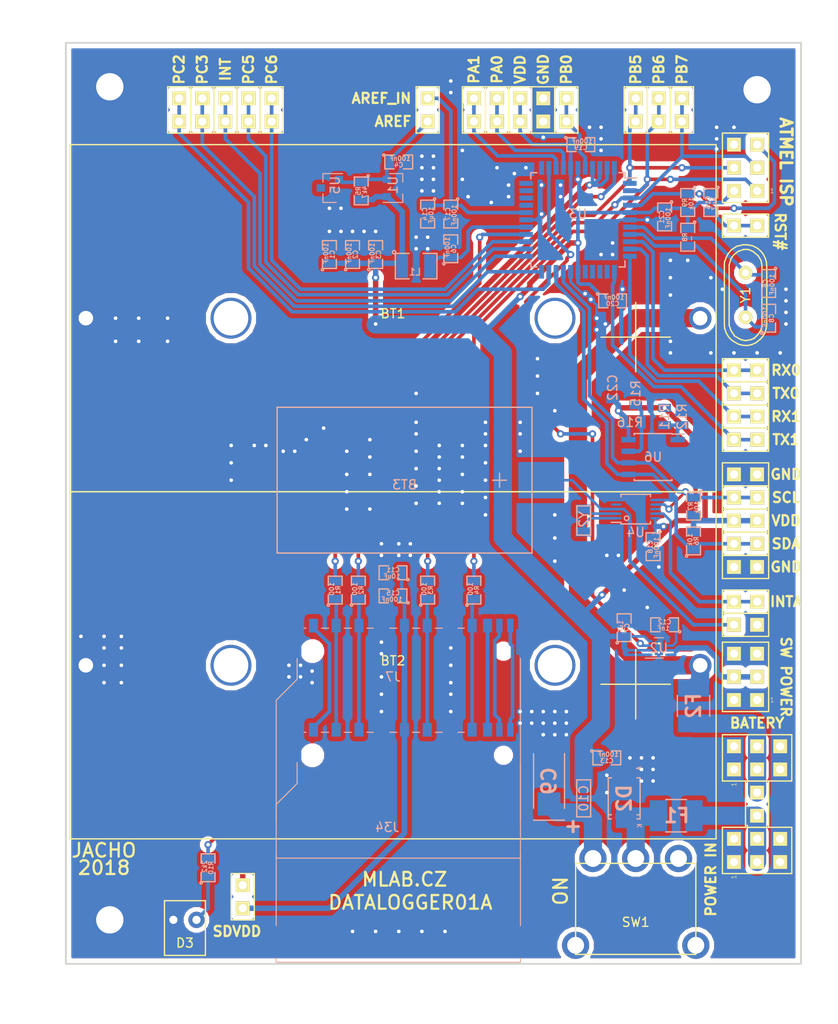
<source format=kicad_pcb>
(kicad_pcb (version 20211014) (generator pcbnew)
  (title_block (title "DATALOGGER01A") (date "%d. %m. %Y") (company "Mlab www.mlab.cz") (comment 2 "Universal battery powered SDcard \\ndatalogger. ") (comment 3 "jacho <jacho@mlab.cz>") (comment 4 "GPL 3.0"))
  (layers (0 "F.Cu" signal) (31 "B.Cu" signal) (34 "B.Paste" user) (36 "B.SilkS" user "B.Silkscreen") (37 "F.SilkS" user "F.Silkscreen") (38 "B.Mask" user) (39 "F.Mask" user) (44 "Edge.Cuts" user))
  (net 0 "")
  (net 1 "GND")
  (net 2 "Net-(BT1-Pad1)")
  (net 3 "VDD")
  (net 4 "/AREF")
  (net 5 "Net-(C5-Pad1)")
  (net 6 "/AVCC")
  (net 7 "Net-(C8-Pad1)")
  (net 8 "Net-(C10-Pad1)")
  (net 9 "/SD_VDD")
  (net 10 "Net-(C12-Pad1)")
  (net 11 "Net-(C14-Pad1)")
  (net 12 "/RST#")
  (net 13 "Net-(D2-Pad1)")
  (net 14 "/PC0")
  (net 15 "/PC1")
  (net 16 "Net-(J10-Pad3)")
  (net 17 "Net-(J11-Pad1)")
  (net 18 "/PC2")
  (net 19 "/PC3")
  (net 20 "/INT")
  (net 21 "/PC5")
  (net 22 "/PC6")
  (net 23 "/RX0")
  (net 24 "/TX0")
  (net 25 "/RX1")
  (net 26 "/TX1")
  (net 27 "/PA0")
  (net 28 "/PA1")
  (net 29 "/PB0")
  (net 30 "/INTA")
  (net 31 "/PB6")
  (net 32 "/PB7")
  (net 33 "/PB5")
  (net 34 "/PB4")
  (net 35 "Net-(D3-Pad2)")
  (net 36 "/LED")
  (net 37 "/PA2")
  (net 38 "Net-(U4-Pad1)")
  (net 39 "Net-(U4-Pad2)")
  (net 40 "Net-(F1-Pad2)")
  (net 41 "Net-(F2-Pad1)")
  (net 42 "Net-(BT3-Pad1)")
  (net 43 "Net-(J34-Pad1)")
  (net 44 "Net-(J34-Pad2)")
  (net 45 "Net-(J34-Pad5)")
  (net 46 "Net-(J34-Pad7)")
  (net 47 "Net-(J34-Pad8)")
  (net 48 "Net-(J34-Pad9)")
  (net 49 "Net-(J34-Pad10)")
  (net 50 "Net-(J34-Pad11)")
  (net 51 "/RST#_P")
  (net 52 "Net-(R11-Pad2)")
  (net 53 "Net-(R15-Pad2)")
  (footprint "Mlab_Pin_Headers:Straight_2x01" (layer "F.Cu") (at 161.417 54.229 90)
    (fp_text reference "J26" hide)
    (fp_text value "HEADER_2x01_PARALLEL" hide)
  )
  (footprint "Mlab_Batery:BX0037" (layer "F.Cu") (at 142.367 77.089 180)
    (fp_text reference "BT1")
    (fp_text value "BX0037")
  )
  (footprint "Mlab_Pin_Headers:Straight_2x01" (layer "F.Cu") (at 156.337 54.229 90)
    (fp_text reference "J24" hide)
    (fp_text value "HEADER_2x01_PARALLEL" hide)
  )
  (footprint "Mlab_Pin_Headers:Straight_2x01" (layer "F.Cu") (at 181.102 101.854 180)
    (fp_text reference "J4" hide)
    (fp_text value "HEADER_2x01_PARALLEL" hide)
  )
  (footprint "Mlab_Pin_Headers:Straight_2x01" (layer "F.Cu") (at 153.797 54.229 90)
    (fp_text reference "J22" hide)
    (fp_text value "HEADER_2x01_PARALLEL" hide)
  )
  (footprint "Mlab_Pin_Headers:Straight_2x01" (layer "F.Cu") (at 181.102 90.424)
    (fp_text reference "J20" hide)
    (fp_text value "HEADER_2x01_PARALLEL" hide)
  )
  (footprint "Mlab_Pin_Headers:Straight_2x01" (layer "F.Cu") (at 181.102 82.804)
    (fp_text reference "J17" hide)
    (fp_text value "HEADER_2x01_PARALLEL" hide)
  )
  (footprint "Mlab_Pin_Headers:Straight_2x01" (layer "F.Cu") (at 181.102 87.884)
    (fp_text reference "J19" hide)
    (fp_text value "HEADER_2x01_PARALLEL" hide)
  )
  (footprint "Mlab_Pin_Headers:Straight_2x01" (layer "F.Cu") (at 181.102 85.344)
    (fp_text reference "J18" hide)
    (fp_text value "HEADER_2x01_PARALLEL" hide)
  )
  (footprint "Mlab_Pin_Headers:Straight_2x01" (layer "F.Cu") (at 181.102 104.394 180)
    (fp_text reference "J1" hide)
    (fp_text value "HEADER_2x01_PARALLEL" hide)
  )
  (footprint "Mlab_Pin_Headers:Straight_2x01" (layer "F.Cu") (at 181.102 96.774 180)
    (fp_text reference "J2" hide)
    (fp_text value "HEADER_2x01_PARALLEL" hide)
  )
  (footprint "Mlab_Pin_Headers:Straight_2x01" (layer "F.Cu") (at 181.102 94.234 180)
    (fp_text reference "J5" hide)
    (fp_text value "HEADER_2x01_PARALLEL" hide)
  )
  (footprint "Mlab_Pin_Headers:Straight_2x03" (layer "F.Cu") (at 182.372 125.349 90)
    (fp_text reference "J6" hide)
    (fp_text value "HEADER_2x03_PARALLEL" hide)
  )
  (footprint "Mlab_Pin_Headers:Straight_2x01" (layer "F.Cu") (at 181.102 66.929 180)
    (fp_text reference "J8" hide)
    (fp_text value "HEADER_2x01_PARALLEL" hide)
  )
  (footprint "Mlab_Pin_Headers:Straight_2x01" (layer "F.Cu") (at 146.177 54.229 90)
    (fp_text reference "J9" hide)
    (fp_text value "HEADER_2x01" hide)
  )
  (footprint "Mlab_Pin_Headers:Straight_2x03" (layer "F.Cu") (at 181.102 116.459 180)
    (fp_text reference "J10" hide)
    (fp_text value "HEADER_2x03_PARALLEL" hide)
  )
  (footprint "Mlab_Pin_Headers:Straight_2x01" (layer "F.Cu") (at 125.857 140.589 -90)
    (fp_text reference "J11" hide)
    (fp_text value "HEADER_2x01" hide)
  )
  (footprint "Mlab_Pin_Headers:Straight_2x01" (layer "F.Cu") (at 181.102 110.744)
    (fp_text reference "J21" hide)
    (fp_text value "HEADER_2x01" hide)
  )
  (footprint "Mlab_Pin_Headers:Straight_2x01" (layer "F.Cu") (at 151.257 54.229 90)
    (fp_text reference "J23" hide)
    (fp_text value "HEADER_2x01_PARALLEL" hide)
  )
  (footprint "Mlab_Pin_Headers:Straight_2x01" (layer "F.Cu") (at 158.877 54.229 90)
    (fp_text reference "J25" hide)
    (fp_text value "HEADER_2x01_PARALLEL" hide)
  )
  (footprint "Mlab_Pin_Headers:Straight_2x01" (layer "F.Cu") (at 171.577 54.229 90)
    (fp_text reference "J27" hide)
    (fp_text value "HEADER_2x01_PARALLEL" hide)
  )
  (footprint "Mlab_Pin_Headers:Straight_2x01" (layer "F.Cu") (at 174.117 54.229 90)
    (fp_text reference "J28" hide)
    (fp_text value "HEADER_2x01_PARALLEL" hide)
  )
  (footprint "Mlab_Pin_Headers:Straight_2x01" (layer "F.Cu") (at 169.037 54.229 90)
    (fp_text reference "J29" hide)
    (fp_text value "HEADER_2x01_PARALLEL" hide)
  )
  (footprint "Mlab_Pin_Headers:Straight_2x01" (layer "F.Cu") (at 181.102 108.204)
    (fp_text reference "J30" hide)
    (fp_text value "HEADER_2x01_PARALLEL" hide)
  )
  (footprint "Mlab_Pin_Headers:Straight_2x03" (layer "F.Cu") (at 181.102 60.579 180)
    (fp_text reference "J31" hide)
    (fp_text value "HEADER_2x03" hide)
  )
  (footprint "Mlab_Mechanical:MountingHole_3mm" (layer "F.Cu") (at 111.252 61.849)
    (fp_text reference "M3" hide)
    (fp_text value "HOLE" hide)
  )
  (footprint "Mlab_Mechanical:MountingHole_3mm" (layer "F.Cu") (at 111.252 143.129)
    (fp_text reference "M2" hide)
    (fp_text value "HOLE" hide)
  )
  (footprint "Mlab_Mechanical:MountingHole_3mm" (layer "F.Cu") (at 182.372 52.009)
    (fp_text reference "M4" hide)
    (fp_text value "HOLE" hide)
  )
  (footprint "Mlab_Pin_Headers:Straight_2x01" (layer "F.Cu") (at 182.372 130.429 90)
    (fp_text reference "J32" hide)
    (fp_text value "HEADER_2x01" hide)
  )
  (footprint "Mlab_Pin_Headers:Straight_2x03" (layer "F.Cu") (at 182.372 135.509 90)
    (fp_text reference "J33" hide)
    (fp_text value "HEADER_2x03_PARALLEL" hide)
  )
  (footprint "Mlab_Batery:BX0037" (layer "F.Cu") (at 142.367 115.189 180)
    (fp_text reference "BT2")
    (fp_text value "BX0037")
  )
  (footprint "Mlab_D:FIX-LED-313" (layer "F.Cu") (at 119.507 143.129 90)
    (fp_text reference "D3")
    (fp_text value "HLMP-K150+FIX-LED-313")
  )
  (footprint "Mlab_Pin_Headers:Straight_2x01" (layer "F.Cu") (at 181.102 99.314 180)
    (fp_text reference "J3" hide)
    (fp_text value "HEADER_2x01_PARALLEL" hide)
  )
  (footprint "Mlab_XTAL:Crystal_HC49-U_Vertical" (layer "F.Cu") (at 181.102 74.549 -90)
    (fp_text reference "Y1")
    (fp_text value "16MHz")
  )
  (footprint "Mlab_Pin_Headers:Straight_2x01" (layer "F.Cu") (at 118.872 54.229 90)
    (fp_text reference "J12" hide)
    (fp_text value "HEADER_2x01_PARALLEL" hide)
  )
  (footprint "Mlab_Pin_Headers:Straight_2x01" (layer "F.Cu") (at 129.032 54.229 90)
    (fp_text reference "J16" hide)
    (fp_text value "HEADER_2x01_PARALLEL" hide)
  )
  (footprint "Mlab_Pin_Headers:Straight_2x01" (layer "F.Cu") (at 126.492 54.229 90)
    (fp_text reference "J15" hide)
    (fp_text value "HEADER_2x01_PARALLEL" hide)
  )
  (footprint "Mlab_Pin_Headers:Straight_2x01" (layer "F.Cu") (at 123.952 54.229 90)
    (fp_text reference "J14" hide)
    (fp_text value "HEADER_2x01_PARALLEL" hide)
  )
  (footprint "Mlab_Pin_Headers:Straight_2x01" (layer "F.Cu") (at 121.412 54.229 90)
    (fp_text reference "J13" hide)
    (fp_text value "HEADER_2x01_PARALLEL" hide)
  )
  (footprint "Mlab_SW:5MS1S102AM6QE" (layer "F.Cu") (at 169.037 145.923)
    (fp_text reference "SW1")
    (fp_text value "5MS1S102AM6QE")
  )
  (footprint "Mlab_R:SMD-0805" (layer "B.Cu") (at 170.942 102.1715 -90)
    (fp_text reference "C18")
    (fp_text value "100nF")
  )
  (footprint "Mlab_R:SMD-0805" (layer "B.Cu") (at 136.017 106.934 90)
    (fp_text reference "R1")
    (fp_text value "100")
  )
  (footprint "Mlab_R:SMD-0805" (layer "B.Cu") (at 167.767 111.0615 90)
    (fp_text reference "C7")
    (fp_text value "1uF")
  )
  (footprint "Mlab_R:SMD-0805" (layer "B.Cu") (at 151.257 106.934 90)
    (fp_text reference "R4")
    (fp_text value "100")
  )
  (footprint "Mlab_R:SMD-0805" (layer "B.Cu") (at 183.642 77.089 90)
    (fp_text reference "C8")
    (fp_text value "100nF")
  )
  (footprint "Mlab_R:SMD-0805" (layer "B.Cu") (at 183.642 73.279 -90)
    (fp_text reference "C5")
    (fp_text value "100nF")
  )
  (footprint "Mlab_R:SMD-0805" (layer "B.Cu") (at 177.292 64.389 -90)
    (fp_text reference "C16")
    (fp_text value "4u7")
  )
  (footprint "Mlab_R:SMD-0805" (layer "B.Cu") (at 148.717 65.659 -90)
    (fp_text reference "C17")
    (fp_text value "100nF")
  )
  (footprint "Mlab_R:SMD-0805" (layer "B.Cu") (at 174.752 68.199 -90)
    (fp_text reference "R8")
    (fp_text value "-")
  )
  (footprint "Mlab_R:SMD-0805" (layer "B.Cu") (at 174.752 64.389 -90)
    (fp_text reference "R9")
    (fp_text value "10k")
  )
  (footprint "Mlab_IO:TSSOP-10_3x3mm_Pitch0.5mm" (layer "B.Cu") (at 169.037 98.044)
    (fp_text reference "U4")
    (fp_text value "PCF85263A")
  )
  (footprint "Mlab_R:SMD-0805" (layer "B.Cu") (at 135.382 70.104 90)
    (fp_text reference "C1")
    (fp_text value "100nF")
  )
  (footprint "Mlab_R:SMD-0805" (layer "B.Cu") (at 137.922 70.104 90)
    (fp_text reference "C2")
    (fp_text value "100nF")
  )
  (footprint "Mlab_R:SMD-0805" (layer "B.Cu") (at 140.462 70.104 90)
    (fp_text reference "C3")
    (fp_text value "100nF")
  )
  (footprint "Mlab_R:SMD-0805" (layer "B.Cu") (at 143.002 59.944)
    (fp_text reference "C4")
    (fp_text value "100nF")
  )
  (footprint "Mlab_R:SMD-0805" (layer "B.Cu") (at 148.717 69.469 90)
    (fp_text reference "C6")
    (fp_text value "100nF")
  )
  (footprint "Mlab_C:TantalC_SizeC_Reflow" (layer "B.Cu") (at 159.512 127.889 90)
    (fp_text reference "C9")
    (fp_text value "47uF" hide)
  )
  (footprint "Mlab_L:FIR1" (layer "B.Cu") (at 163.322 129.794 90)
    (fp_text reference "C10")
    (fp_text value "EMI_Filter_C" hide)
  )
  (footprint "Mlab_R:SMD-0805" (layer "B.Cu") (at 142.367 105.029 180)
    (fp_text reference "C11")
    (fp_text value "10uF")
  )
  (footprint "Mlab_R:SMD-0805" (layer "B.Cu") (at 172.212 110.744 180)
    (fp_text reference "C12")
    (fp_text value "1nF")
  )
  (footprint "Mlab_R:SMD-0805" (layer "B.Cu") (at 165.862 125.349)
    (fp_text reference "C13")
    (fp_text value "100nF")
  )
  (footprint "Mlab_R:SMD-0805" (layer "B.Cu") (at 146.177 65.659 -90)
    (fp_text reference "C14")
    (fp_text value "10uF")
  )
  (footprint "Mlab_R:SMD-0805" (layer "B.Cu") (at 142.367 107.569 180)
    (fp_text reference "C15")
    (fp_text value "100nF")
  )
  (footprint "Mlab_D:SMA_Standard" (layer "B.Cu") (at 167.767 129.794 -90)
    (fp_text reference "D2")
    (fp_text value "M4" hide)
  )
  (footprint "Mlab_F:1812" (layer "B.Cu") (at 173.482 131.699)
    (fp_text reference "F1")
    (fp_text value "750mA" hide)
  )
  (footprint "Connector_Card:SD_TE_2041021" (layer "B.Cu") (at 143.002 122.809 180)
    (fp_text reference "J7")
    (fp_text value "MCC-SD")
  )
  (footprint "Mlab_R:SMD-0805" (layer "B.Cu") (at 138.557 106.934 90)
    (fp_text reference "R2")
    (fp_text value "100")
  )
  (footprint "Mlab_R:SMD-0805" (layer "B.Cu") (at 146.177 106.934 90)
    (fp_text reference "R3")
    (fp_text value "100")
  )
  (footprint "Mlab_R:SMD-0805" (layer "B.Cu") (at 138.8745 63.119 -90)
    (fp_text reference "R5")
    (fp_text value "4k7")
  )
  (footprint "Mlab_R:SMD-0805" (layer "B.Cu") (at 175.387 101.5365 90)
    (fp_text reference "R6")
    (fp_text value "10k")
  )
  (footprint "Mlab_R:SMD-0805" (layer "B.Cu") (at 175.387 97.7265 -90)
    (fp_text reference "R7")
    (fp_text value "10k")
  )
  (footprint "Package_SON:WSON-8-1EP_2x2mm_P0.5mm_EP0.9x1.6mm_ThermalVias" (layer "B.Cu") (at 171.577 113.284)
    (fp_text reference "U2")
    (fp_text value "TPS22965-Q1")
  )
  (footprint "Package_QFP:TQFP-44_10x10mm_P0.8mm" (layer "B.Cu") (at 162.687 66.294 180)
    (fp_text reference "U3")
    (fp_text value "ATMEGA1284P-AU")
  )
  (footprint "Mlab_XTAL:ABS07" (layer "B.Cu") (at 163.322 99.294 90)
    (fp_text reference "Y2")
    (fp_text value "ABS07-120-32.768KHZ-T" hide)
  )
  (footprint "Package_TO_SOT_SMD:SOT-23" (layer "B.Cu") (at 142.6845 62.8015)
    (fp_text reference "U1")
    (fp_text value "ISL21080CIH320Z-TK")
  )
  (footprint "Mlab_R:SMD-0805" (layer "B.Cu") (at 122.047 137.414 90)
    (fp_text reference "R10")
    (fp_text value "2k2")
  )
  (footprint "Mlab_F:1812" (layer "B.Cu") (at 175.387 119.634 90)
    (fp_text reference "F2")
    (fp_text value "750mA" hide)
  )
  (footprint "Mlab_Batery:CH28-2032" (layer "B.Cu") (at 143.637 94.869 180)
    (fp_text reference "BT3")
    (fp_text value "Battery_Cell-device")
  )
  (footprint "Package_TO_SOT_SMD:SOT-23" (layer "B.Cu") (at 135.4295 62.8015 180)
    (fp_text reference "U5")
    (fp_text value "LM4041CIM3-1.2(neosazovat)")
  )
  (footprint "Mlab_R:SMD-1210" (layer "B.Cu") (at 144.907 71.374)
    (fp_text reference "L1")
    (fp_text value "10uH - LQH32CN100K23L" hide)
  )
  (footprint "Mlab_R:SMD-0805" (layer "B.Cu") (at 163.0045 58.039)
    (fp_text reference "C19")
    (fp_text value "100nF")
  )
  (footprint "Mlab_R:SMD-0805" (layer "B.Cu") (at 166.497 75.184)
    (fp_text reference "C20")
    (fp_text value "100nF")
  )
  (footprint "Mlab_R:SMD-0805" (layer "B.Cu") (at 172.212 65.9765 -90)
    (fp_text reference "C21")
    (fp_text value "100nF")
  )
  (footprint "Mlab_CON:MCC-SD" (layer "B.Cu") (at 143.002 134.239 180)
    (fp_text reference "J34")
    (fp_text value "MCC-SD (kouka z modulu)")
  )
  (footprint "Mlab_R:SMD-0805" (layer "B.Cu") (at 166.497 85.0265 90)
    (fp_text reference "C22")
    (fp_text value "100nF" hide)
  )
  (footprint "Mlab_R:SMD-0805" (layer "B.Cu") (at 172.212 87.884 -90)
    (fp_text reference "R11")
    (fp_text value "-" hide)
  )
  (footprint "Mlab_R:SMD-0805" (layer "B.Cu") (at 174.117 87.884 -90)
    (fp_text reference "R12")
    (fp_text value "0R" hide)
  )
  (footprint "Mlab_R:SMD-0805" (layer "B.Cu") (at 169.037 85.6615 -90)
    (fp_text reference "R15")
    (fp_text value "0R" hide)
  )
  (footprint "Mlab_R:SMD-0805" (layer "B.Cu") (at 168.7195 88.519 180)
    (fp_text reference "R16")
    (fp_text value "-" hide)
  )
  (footprint "Package_SO:SOIC-8_3.9x4.9mm_P1.27mm" (layer "B.Cu") (at 170.942 92.329 180)
    (fp_text reference "U6")
    (fp_text value "AT24CS64-SSHM")
  )
  (gr_line (start 187.198 147.955) (end 187.198 46.863) (layer "Edge.Cuts") (width 0.2))
  (gr_line (start 106.426 147.955) (end 106.426 46.863) (layer "Edge.Cuts") (width 0.2))
  (gr_line (start 106.426 46.863) (end 187.198 46.863) (layer "Edge.Cuts") (width 0.2))
  (gr_line (start 106.426 147.955) (end 187.198 147.955) (layer "Edge.Cuts") (width 0.2))
  (gr_text "GND" (at 185.547 104.394) (layer "F.SilkS") (effects (font (size 1.1 1.1) (thickness 0.25))))
  (gr_text "POWER IN" (at 177.292 138.684 90) (layer "F.SilkS") (effects (font (size 1.1 1.1) (thickness 0.25))))
  (gr_text "SDA" (at 185.547 101.854) (layer "F.SilkS") (effects (font (size 1.1 1.1) (thickness 0.25))))
  (gr_text "VDD" (at 185.547 99.314) (layer "F.SilkS") (effects (font (size 1.1 1.1) (thickness 0.25))))
  (gr_text "SCL" (at 185.547 96.774) (layer "F.SilkS") (effects (font (size 1.1 1.1) (thickness 0.25))))
  (gr_text "GND" (at 185.547 94.234) (layer "F.SilkS") (effects (font (size 1.1 1.1) (thickness 0.25))))
  (gr_text "TX1" (at 185.547 90.424) (layer "F.SilkS") (effects (font (size 1.1 1.1) (thickness 0.25))))
  (gr_text "RX1" (at 185.547 87.884) (layer "F.SilkS") (effects (font (size 1.1 1.1) (thickness 0.25))))
  (gr_text "TX0" (at 185.547 85.344) (layer "F.SilkS") (effects (font (size 1.1 1.1) (thickness 0.25))))
  (gr_text "RX0" (at 185.547 82.804) (layer "F.SilkS") (effects (font (size 1.1 1.1) (thickness 0.25))))
  (gr_text "RST#" (at 184.912 67.564 270) (layer "F.SilkS") (effects (font (size 1.1 1.1) (thickness 0.25))))
  (gr_text "INTA" (at 185.547 108.204) (layer "F.SilkS") (effects (font (size 1.1 1.1) (thickness 0.25))))
  (gr_text "SW POWER" (at 185.547 116.459 270) (layer "F.SilkS") (effects (font (size 1.1 1.1) (thickness 0.25))))
  (gr_text "SDVDD" (at 125.222 144.399) (layer "F.SilkS") (effects (font (size 1.1 1.1) (thickness 0.25))))
  (gr_text "PC2" (at 118.872 49.784 90) (layer "F.SilkS") (effects (font (size 1.1 1.1) (thickness 0.25))))
  (gr_text "PC3" (at 121.412 49.784 90) (layer "F.SilkS") (effects (font (size 1.1 1.1) (thickness 0.25))))
  (gr_text "INT" (at 123.952 49.784 90) (layer "F.SilkS") (effects (font (size 1.1 1.1) (thickness 0.25))))
  (gr_text "PC5" (at 126.492 49.784 90) (layer "F.SilkS") (effects (font (size 1.1 1.1) (thickness 0.25))))
  (gr_text "PC6" (at 129.032 49.784 90) (layer "F.SilkS") (effects (font (size 1.1 1.1) (thickness 0.25))))
  (gr_text "AREF" (at 142.367 55.499) (layer "F.SilkS") (effects (font (size 1.1 1.1) (thickness 0.25))))
  (gr_text "PA1" (at 151.257 49.784 90) (layer "F.SilkS") (effects (font (size 1.1 1.1) (thickness 0.25))))
  (gr_text "PA0" (at 153.797 49.784 90) (layer "F.SilkS") (effects (font (size 1.1 1.1) (thickness 0.25))))
  (gr_text "VDD" (at 156.337 49.784 90) (layer "F.SilkS") (effects (font (size 1.1 1.1) (thickness 0.25))))
  (gr_text "GND" (at 158.877 49.784 90) (layer "F.SilkS") (effects (font (size 1.1 1.1) (thickness 0.25))))
  (gr_text "PB0" (at 161.417 49.784 90) (layer "F.SilkS") (effects (font (size 1.1 1.1) (thickness 0.25))))
  (gr_text "PB5" (at 169.037 49.784 90) (layer "F.SilkS") (effects (font (size 1.1 1.1) (thickness 0.25))))
  (gr_text "PB7" (at 174.117 49.784 90) (layer "F.SilkS") (effects (font (size 1.1 1.1) (thickness 0.25))))
  (gr_text "PB6" (at 171.577 49.784 90) (layer "F.SilkS") (effects (font (size 1.1 1.1) (thickness 0.25))))
  (gr_text "AREF_IN" (at 141.097 52.959) (layer "F.SilkS") (effects (font (size 1.1 1.1) (thickness 0.25))))
  (gr_text "MLAB.CZ" (at 143.637 138.684) (layer "F.SilkS") (effects (font (size 1.5 1.5) (thickness 0.25))))
  (gr_text "DATALOGGER01A" (at 144.272 141.224) (layer "F.SilkS") (effects (font (size 1.5 1.5) (thickness 0.25))))
  (gr_text "2018" (at 110.617 137.414) (layer "F.SilkS") (effects (font (size 1.5 1.5) (thickness 0.25))))
  (gr_text "JACHO" (at 110.617 135.509) (layer "F.SilkS") (effects (font (size 1.5 1.5) (thickness 0.25))))
  (gr_text "ON" (at 160.782 139.954 90) (layer "F.SilkS") (effects (font (size 1.5 1.5) (thickness 0.25))))
  (gr_text "BATERY" (at 182.372 121.539) (layer "F.SilkS") (effects (font (size 1.1 1.1) (thickness 0.25))))
  (gr_text "ATMEL ISP" (at 185.547 59.944 270) (layer "F.SilkS") (effects (font (size 1.27 1.27) (thickness 0.3))))
  (segment (start 144.907 88.519) (end 144.907 85.344) (width 0.3) (layer "F.Cu") (net 1))
  (segment (start 144.468998 96.774) (end 144.907 95.504) (width 0.3) (layer "F.Cu") (net 1))
  (segment (start 137.287 98.044) (end 137.287 96.139) (width 0.25) (layer "F.Cu") (net 1))
  (segment (start 145.542 60.579) (end 145.542 59.309) (width 0.3) (layer "F.Cu") (net 1))
  (segment (start 165.862 129.159) (end 165.862 127.254) (width 0.3) (layer "F.Cu") (net 1))
  (segment (start 139.357 91.859) (end 139.827 92.329) (width 0.3) (layer "F.Cu") (net 1))
  (segment (start 179.832 80.899) (end 177.292 80.899) (width 0.4) (layer "F.Cu") (net 1))
  (segment (start 179.832 58.039) (end 179.832 56.134) (width 0.3) (layer "F.Cu") (net 1))
  (segment (start 139.357 90.424) (end 139.357 91.859) (width 0.3) (layer "F.Cu") (net 1))
  (segment (start 152.527 92.964) (end 152.527 94.869) (width 0.3) (layer "F.Cu") (net 1))
  (segment (start 146.177 68.199) (end 146.177 69.469) (width 0.3) (layer "F.Cu") (net 1))
  (segment (start 149.987 61.849) (end 149.987 58.674) (width 0.25) (layer "F.Cu") (net 1))
  (segment (start 143.002 144.399) (end 140.462 144.399) (width 0.25) (layer "F.Cu") (net 1))
  (segment (start 147.447 91.059) (end 147.447 92.329) (width 0.3) (layer "F.Cu") (net 1))
  (segment (start 137.922 67.564) (end 136.652 67.564) (width 0.3) (layer "F.Cu") (net 1))
  (segment (start 140.552001 94.778999) (end 141.006999 94.778999) (width 0.25) (layer "F.Cu") (net 1))
  (segment (start 144.907 85.814) (end 145.377 85.344) (width 0.3) (layer "F.Cu") (net 1))
  (segment (start 117.602 77.089) (end 117.602 79.629) (width 0.3) (layer "F.Cu") (net 1))
  (segment (start 161.417 122.809) (end 161.417 121.539) (width 0.3) (layer "F.Cu") (net 1))
  (segment (start 124.587 91.059) (end 127.127 91.059) (width 0.3) (layer "F.Cu") (net 1))
  (segment (start 160.147 121.539) (end 158.877 121.539) (width 0.3) (layer "F.Cu") (net 1))
  (segment (start 144.907 97.409) (end 144.468998 96.774) (width 0.3) (layer "F.Cu") (net 1))
  (segment (start 141.006999 94.778999) (end 141.097 94.688998) (width 0.25) (layer "F.Cu") (net 1))
  (segment (start 148.717 120.269) (end 148.717 118.364) (width 0.3) (layer "F.Cu") (net 1))
  (segment (start 114.427 79.629) (end 111.887 79.629) (width 0.3) (layer "F.Cu") (net 1))
  (segment (start 140.462 67.564) (end 139.192 67.564) (width 0.3) (layer "F.Cu") (net 1))
  (segment (start 172.847 74.549) (end 172.847 72.644) (width 0.4) (layer "F.Cu") (net 1))
  (segment (start 156.337 91.694) (end 156.337 89.789) (width 0.3) (layer "F.Cu") (net 1))
  (segment (start 158.242 83.439) (end 158.242 85.344) (width 0.3) (layer "F.Cu") (net 1))
  (segment (start 164.757 78.359) (end 161.582 81.534) (width 0.3) (layer "F.Cu") (net 1))
  (segment (start 156.972 62.484) (end 155.702 61.214) (width 0.25) (layer "F.Cu") (net 1))
  (segment (start 144.272 101.854) (end 143.637 101.219) (width 0.25) (layer "F.Cu") (net 1))
  (segment (start 156.972 60.579) (end 153.797 60.579) (width 0.25) (layer "F.Cu") (net 1))
  (segment (start 158.877 65.659) (end 160.782 63.754) (width 0.3) (layer "F.Cu") (net 1))
  (segment (start 164.757 77.089) (end 164.757 78.359) (width 0.3) (layer "F.Cu") (net 1))
  (segment (start 108.617 112.554) (end 108.077 112.014) (width 0.3) (layer "F.Cu") (net 1))
  (segment (start 158.687 65.659) (end 158.877 65.659) (width 0.3) (layer "F.Cu") (net 1))
  (segment (start 163.472686 74.398314) (end 164.107686 75.033314) (width 0.3) (layer "F.Cu") (net 1))
  (segment (start 170.307 108.839) (end 169.672 108.839) (width 0.25) (layer "F.Cu") (net 1))
  (segment (start 112.522 113.284) (end 112.522 115.189) (width 0.3) (layer "F.Cu") (net 1))
  (segment (start 143.637 96.774) (end 144.468998 96.774) (width 0.25) (layer "F.Cu") (net 1))
  (segment (start 110.617 112.014) (end 112.522 112.014) (width 0.3) (layer "F.Cu") (net 1))
  (segment (start 158.877 120.269) (end 160.147 120.269) (width 0.3) (layer "F.Cu") (net 1))
  (segment (start 146.812 61.849) (end 146.812 63.119) (width 0.3) (layer "F.Cu") (net 1))
  (segment (start 170.942 127.889) (end 169.672 127.889) (width 0.3) (layer "F.Cu") (net 1))
  (segment (start 153.162 64.389) (end 151.257 64.389) (width 0.25) (layer "F.Cu") (net 1))
  (segment (start 149.987 96.139) (end 149.987 94.234) (width 0.3) (layer "F.Cu") (net 1))
  (segment (start 156.337 120.269) (end 157.607 120.269) (width 0.3) (layer "F.Cu") (net 1))
  (segment (start 185.547 76.454) (end 185.547 77.724) (width 0.3) (layer "F.Cu") (net 1))
  (segment (start 185.547 73.914) (end 185.547 75.184) (width 0.3) (layer "F.Cu") (net 1))
  (segment (start 134.747 89.154) (end 134.112 89.154) (width 0.25) (layer "F.Cu") (net 1))
  (segment (start 177.927 56.134) (end 177.927 57.404) (width 0.3) (layer "F.Cu") (net 1))
  (segment (start 144.272 103.124) (end 144.272 101.854) (width 0.3) (layer "F.Cu") (net 1))
  (segment (start 152.527 89.789) (end 152.527 91.059) (width 0.3) (layer "F.Cu") (net 1))
  (segment (start 133.477 115.824) (end 133.477 117.094) (width 0.3) (layer "F.Cu") (net 1))
  (segment (start 141.097 103.124) (end 143.002 103.124) (width 0.3) (layer "F.Cu") (net 1))
  (segment (start 139.827 95.504) (end 139.827 98.044) (width 0.3) (layer "F.Cu") (net 1))
  (segment (start 144.907 69.469) (end 144.907 68.199) (width 0.3) (layer "F.Cu") (net 1))
  (segment (start 166.497 68.834) (end 166.497 70.104) (width 0.3) (layer "F.Cu") (net 1))
  (segment (start 148.717 117.094) (end 148.717 115.189) (width 0.3) (layer "F.Cu") (net 1))
  (segment (start 155.067 62.484) (end 155.067 63.754) (width 0.25) (layer "F.Cu") (net 1))
  (segment (start 141.097 91.694) (end 139.83201 90.42901) (width 0.25) (layer "F.Cu") (net 1))
  (segment (start 139.83201 90.42901) (end 139.83201 90.424) (width 0.25) (layer "F.Cu") (net 1))
  (segment (start 147.447 93.599) (end 147.447 94.869) (width 0.3) (layer "F.Cu") (net 1))
  (segment (start 149.987 92.329) (end 149.987 91.059) (width 0.3) (layer "F.Cu") (net 1))
  (segment (start 124.587 94.869) (end 124.587 92.964) (width 0.3) (layer "F.Cu") (net 1))
  (segment (start 158.877 122.809) (end 160.147 122.809) (width 0.3) (layer "F.Cu") (net 1))
  (segment (start 148.717 52.324) (end 148.717 51.054) (width 0.25) (layer "F.Cu") (net 1))
  (segment (start 112.522 117.094) (end 110.617 117.094) (width 0.3) (layer "F.Cu") (net 1))
  (segment (start 163.957 56.134) (end 165.227 56.134) (width 0.3) (layer "F.Cu") (net 1))
  (segment (start 168.402 125.349) (end 169.672 125.349) (width 0.3) (layer "F.Cu") (net 1))
  (segment (start 158.687 62.484) (end 156.972 62.484) (width 0.25) (layer "F.Cu") (net 1))
  (segment (start 143.637 101.219) (end 143.637 96.774) (width 0.25) (layer "F.Cu") (net 1))
  (segment (start 156.337 88.519) (end 152.527 88.519) (width 0.3) (layer "F.Cu") (net 1))
  (segment (start 160.147 103.759) (end 160.147 101.219) (width 0.25) (layer "F.Cu") (net 1))
  (segment (start 144.907 89.789) (end 144.907 85.814) (width 0.3) (layer "F.Cu") (net 1))
  (segment (start 132.207 116.459) (end 132.207 115.189) (width 0.3) (layer "F.Cu") (net 1))
  (segment (start 137.287 94.234) (end 137.287 91.694) (width 0.25) (layer "F.Cu") (net 1))
  (segment (start 131.572 91.694) (end 130.302 91.694) (width 0.25) (layer "F.Cu") (net 1))
  (segment (start 146.812 59.309) (end 146.812 60.579) (width 0.3) (layer "F.Cu") (net 1))
  (segment (start 184.912 80.899) (end 182.372 80.899) (width 0.4) (layer "F.Cu") (net 1))
  (segment (start 172.847 80.899) (end 172.847 79.629) (width 0.4) (layer "F.Cu") (net 1))
  (segment (start 145.542 63.119) (end 145.542 61.849) (width 0.3) (layer "F.Cu") (net 1))
  (segment (start 151.257 64.389) (end 150.622 63.754) (width 0.25) (layer "F.Cu") (net 1))
  (segment (start 167.132 103.124) (end 165.862 103.124) (width 0.25) (layer "F.Cu") (net 1))
  (segment (start 148.082 144.399) (end 145.542 144.399) (width 0.25) (layer "F.Cu") (net 1))
  (segment (start 172.847 70.739) (end 174.752 70.739) (width 0.4) (layer "F.Cu") (net 1))
  (segment (start 139.827 94.234) (end 139.827 95.504) (width 0.3) (layer "F.Cu") (net 1))
  (segment (start 111.887 77.089) (end 114.427 77.089) (width 0.3) (layer "F.Cu") (net 1))
  (segment (start 170.942 125.349) (end 170.942 126.619) (width 0.3) (layer "F.Cu") (net 1))
  (segment (start 147.447 96.139) (end 147.447 97.409) (width 0.3) (layer "F.Cu") (net 1))
  (segment (start 141.097 116.459) (end 141.097 113.919) (width 0.3) (layer "F.Cu") (net 1))
  (segment (start 110.617 115.189) (end 110.617 113.284) (width 0.3) (layer "F.Cu") (net 1))
  (segment (start 141.097 94.688998) (end 141.097 91.694) (width 0.25) (layer "F.Cu") (net 1))
  (segment (start 143.002 101.854) (end 141.097 101.854) (width 0.3) (layer "F.Cu") (net 1))
  (segment (start 130.937 115.189) (end 130.937 116.459) (width 0.3) (layer "F.Cu") (net 1))
  (segment (start 141.097 120.269) (end 141.097 118.364) (width 0.3) (layer "F.Cu") (net 1))
  (segment (start 139.827 95.504) (end 140.552001 94.778999) (width 0.25) (layer "F.Cu") (net 1))
  (segment (start 141.097 112.649) (end 141.097 110.744) (width 0.3) (layer "F.Cu") (net 1))
  (segment (start 157.607 121.539) (end 156.337 121.539) (width 0.3) (layer "F.Cu") (net 1))
  (segment (start 165.227 57.404) (end 165.227 58.674) (width 0.3) (layer "F.Cu") (net 1))
  (segment (start 169.672 108.839) (end 167.767 106.934) (width 0.25) (layer "F.Cu") (net 1))
  (segment (start 144.907 93.599) (end 144.907 91.694) (width 0.3) (layer "F.Cu") (net 1))
  (segment (start 152.527 96.774) (end 152.527 98.679) (width 0.3) (layer "F.Cu") (net 1))
  (segment (start 108.617 115.189) (end 108.617 112.554) (width 0.3) (layer "F.Cu") (net 1))
  (segment (start 161.582 81.534) (end 158.242 81.534) (width 0.3) (layer "F.Cu") (net 1))
  (segment (start 177.292 72.644) (end 178.562 73.914) (width 0.4) (layer "F.Cu") (net 1))
  (segment (start 136.652 65.024) (end 135.382 65.024) (width 0.3) (layer "F.Cu") (net 1))
  (segment (start 149.987 98.679) (end 149.987 97.409) (width 0.25) (layer "F.Cu") (net 1))
  (segment (start 134.112 89.154) (end 132.842 90.424) (width 0.25) (layer "F.Cu") (net 1))
  (via (at 185.547 73.914) (size 0.8) (drill 0.4) (layers "F.Cu" "B.Cu") (net 1))
  (via (at 156.337 91.694) (size 0.8) (drill 0.4) (layers "F.Cu" "B.Cu") (net 1))
  (via (at 158.687 65.659) (size 0.8) (drill 0.4) (layers "F.Cu" "B.Cu") (net 1))
  (via (at 111.887 79.629) (size 0.8) (drill 0.4) (layers "F.Cu" "B.Cu") (net 1))
  (via (at 141.097 113.919) (size 0.8) (drill 0.4) (layers "F.Cu" "B.Cu") (net 1))
  (via (at 112.522 112.014) (size 0.8) (drill 0.4) (layers "F.Cu" "B.Cu") (net 1))
  (via (at 172.847 70.739) (size 0.8) (drill 0.4) (layers "F.Cu" "B.Cu") (net 1))
  (via (at 147.447 92.329) (size 0.8) (drill 0.4) (layers "F.Cu" "B.Cu") (net 1))
  (via (at 160.147 120.269) (size 0.8) (drill 0.4) (layers "F.Cu" "B.Cu") (net 1))
  (via (at 168.402 125.349) (size 0.8) (drill 0.4) (layers "F.Cu" "B.Cu") (net 1))
  (via (at 110.617 112.014) (size 0.8) (drill 0.4) (layers "F.Cu" "B.Cu") (net 1))
  (via (at 136.652 65.024) (size 0.8) (drill 0.4) (layers "F.Cu" "B.Cu") (net 1))
  (via (at 158.877 57.239) (size 0.8) (drill 0.4) (layers "F.Cu" "B.Cu") (net 1))
  (via (at 179.832 56.134) (size 0.8) (drill 0.4) (layers "F.Cu" "B.Cu") (net 1))
  (via (at 144.907 89.789) (size 0.8) (drill 0.4) (layers "F.Cu" "B.Cu") (net 1))
  (via (at 163.472686 74.398314) (size 0.8) (drill 0.4) (layers "F.Cu" "B.Cu") (net 1))
  (via (at 141.097 112.649) (size 0.8) (drill 0.4) (layers "F.Cu" "B.Cu") (net 1))
  (via (at 172.847 80.899) (size 0.8) (drill 0.4) (layers "F.Cu" "B.Cu") (net 1))
  (via (at 185.547 76.454) (size 0.8) (drill 0.4) (layers "F.Cu" "B.Cu") (net 1))
  (via (at 148.717 120.269) (size 0.8) (drill 0.4) (layers "F.Cu" "B.Cu") (net 1))
  (via (at 174.752 70.739) (size 0.8) (drill 0.4) (layers "F.Cu" "B.Cu") (net 1))
  (via (at 163.957 56.134) (size 0.8) (drill 0.4) (layers "F.Cu" "B.Cu") (net 1))
  (via (at 132.842 90.424) (size 0.8) (drill 0.4) (layers "F.Cu" "B.Cu") (net 1))
  (via (at 158.877 121.539) (size 0.8) (drill 0.4) (layers "F.Cu" "B.Cu") (net 1))
  (via (at 110.617 115.189) (size 0.8) (drill 0.4) (layers "F.Cu" "B.Cu") (net 1))
  (via (at 165.862 129.159) (size 0.8) (drill 0.4) (layers "F.Cu" "B.Cu") (net 1))
  (via (at 147.447 96.139) (size 0.8) (drill 0.4) (layers "F.Cu" "B.Cu") (net 1))
  (via (at 114.427 79.629) (size 0.8) (drill 0.4) (layers "F.Cu" "B.Cu") (net 1))
  (via (at 148.082 144.399) (size 0.8) (drill 0.4) (layers "F.Cu" "B.Cu") (net 1))
  (via (at 177.927 56.134) (size 0.8) (drill 0.4) (layers "F.Cu" "B.Cu") (net 1))
  (via (at 152.527 91.059) (size 0.8) (drill 0.4) (layers "F.Cu" "B.Cu") (net 1))
  (via (at 158.687 62.484) (size 0.8) (drill 0.4) (layers "F.Cu" "B.Cu") (net 1))
  (via (at 166.497 70.104) (size 0.8) (drill 0.4) (layers "F.Cu" "B.Cu") (net 1))
  (via (at 130.302 91.694) (size 0.8) (drill 0.4) (layers "F.Cu" "B.Cu") (net 1))
  (via (at 158.242 85.344) (size 0.8) (drill 0.4) (layers "F.Cu" "B.Cu") (net 1))
  (via (at 146.177 68.199) (size 0.8) (drill 0.4) (layers "F.Cu" "B.Cu") (net 1))
  (via (at 149.987 61.849) (size 0.8) (drill 0.4) (layers "F.Cu" "B.Cu") (net 1))
  (via (at 149.987 58.674) (size 0.8) (drill 0.4) (layers "F.Cu" "B.Cu") (net 1))
  (via (at 143.002 144.399) (size 0.8) (drill 0.4) (layers "F.Cu" "B.Cu") (net 1))
  (via (at 146.812 59.309) (size 0.8) (drill 0.4) (layers "F.Cu" "B.Cu") (net 1))
  (via (at 165.227 56.134) (size 0.8) (drill 0.4) (layers "F.Cu" "B.Cu") (net 1))
  (via (at 141.097 120.269) (size 0.8) (drill 0.4) (layers "F.Cu" "B.Cu") (net 1))
  (via (at 182.372 80.899) (size 0.8) (drill 0.4) (layers "F.Cu" "B.Cu") (net 1))
  (via (at 156.337 89.789) (size 0.8) (drill 0.4) (layers "F.Cu" "B.Cu") (net 1))
  (via (at 177.292 72.644) (size 0.8) (drill 0.4) (layers "F.Cu" "B.Cu") (net 1))
  (via (at 158.877 120.269) (size 0.8) (drill 0.4) (layers "F.Cu" "B.Cu") (net 1))
  (via (at 137.922 67.564) (size 0.8) (drill 0.4) (layers "F.Cu" "B.Cu") (net 1))
  (via (at 171.577 104.394) (size 0.8) (drill 0.4) (layers "F.Cu" "B.Cu") (net 1))
  (via (at 137.287 98.044) (size 0.8) (drill 0.4) (layers "F.Cu" "B.Cu") (net 1))
  (via (at 139.827 90.424) (size 0.8) (drill 0.4) (layers "F.Cu" "B.Cu") (net 1))
  (via (at 141.097 101.854) (size 0.8) (drill 0.4) (layers "F.Cu" "B.Cu") (net 1))
  (via (at 148.717 52.324) (size 0.8) (drill 0.4) (layers "F.Cu" "B.Cu") (net 1))
  (via (at 179.832 80.899) (size 0.8) (drill 0.4) (layers "F.Cu" "B.Cu") (net 1))
  (via (at 169.672 126.619) (size 0.8) (drill 0.4) (layers "F.Cu" "B.Cu") (net 1))
  (via (at 170.942 126.619) (size 0.8) (drill 0.4) (layers "F.Cu" "B.Cu") (net 1))
  (via (at 133.477 117.094) (size 0.8) (drill 0.4) (layers "F.Cu" "B.Cu") (net 1))
  (via (at 149.987 97.409) (size 0.8) (drill 0.4) (layers "F.Cu" "B.Cu") (net 1))
  (via (at 172.847 74.549) (size 0.8) (drill 0.4) (layers "F.Cu" "B.Cu") (net 1))
  (via (at 148.717 113.284) (size 0.8) (drill 0.4) (layers "F.Cu" "B.Cu") (net 1))
  (via (at 166.497 68.834) (size 0.8) (drill 0.4) (layers "F.Cu" "B.Cu") (net 1))
  (via (at 160.782 62.484) (size 0.8) (drill 0.4) (layers "F.Cu" "B.Cu") (net 1))
  (via (at 160.147 122.809) (size 0.8) (drill 0.4) (layers "F.Cu" "B.Cu") (net 1))
  (via (at 140.462 67.564) (size 0.8) (drill 0.4) (layers "F.Cu" "B.Cu") (net 1))
  (via (at 144.907 85.344) (size 0.8) (drill 0.4) (layers "F.Cu" "B.Cu") (net 1))
  (via (at 152.527 88.519) (size 0.8) (drill 0.4) (layers "F.Cu" "B.Cu") (net 1))
  (via (at 152.527 89.789) (size 0.8) (drill 0.4) (layers "F.Cu" "B.Cu") (net 1))
  (via (at 128.397 91.059) (size 0.8) (drill 0.4) (layers "F.Cu" "B.Cu") (net 1))
  (via (at 169.672 125.349) (size 0.8) (drill 0.4) (layers "F.Cu" "B.Cu") (net 1))
  (via (at 130.937 116.459) (size 0.8) (drill 0.4) (layers "F.Cu" "B.Cu") (net 1))
  (via (at 144.907 68.199) (size 0.8) (drill 0.4) (layers "F.Cu" "B.Cu") (net 1))
  (via (at 152.527 92.964) (size 0.8) (drill 0.4) (layers "F.Cu" "B.Cu") (net 1))
  (via (at 110.617 117.094) (size 0.8) (drill 0.4) (layers "F.Cu" "B.Cu") (net 1))
  (via (at 146.812 60.579) (size 0.8) (drill 0.4) (layers "F.Cu" "B.Cu") (net 1))
  (via (at 152.527 98.679) (size 0.8) (drill 0.4) (layers "F.Cu" "B.Cu") (net 1))
  (via (at 132.207 115.189) (size 0.8) (drill 0.4) (layers "F.Cu" "B.Cu") (net 1))
  (via (at 167.132 103.124) (size 0.8) (drill 0.4) (layers "F.Cu" "B.Cu") (net 1))
  (via (at 156.337 121.539) (size 0.8) (drill 0.4) (layers "F.Cu" "B.Cu") (net 1))
  (via (at 139.827 94.234) (size 0.8) (drill 0.4) (layers "F.Cu" "B.Cu") (net 1))
  (via (at 135.382 65.024) (size 0.8) (drill 0.4) (layers "F.Cu" "B.Cu") (net 1))
  (via (at 155.067 63.754) (size 0.8) (drill 0.4) (layers "F.Cu" "B.Cu") (net 1))
  (via (at 157.607 121.539) (size 0.8) (drill 0.4) (layers "F.Cu" "B.Cu") (net 1))
  (via (at 144.907 69.469) (size 0.8) (drill 0.4) (layers "F.Cu" "B.Cu") (net 1))
  (via (at 137.287 91.694) (size 0.8) (drill 0.4) (layers "F.Cu" "B.Cu") (net 1))
  (via (at 108.077 112.014) (size 0.8) (drill 0.4) (layers "F.Cu" "B.Cu") (net 1))
  (via (at 124.587 91.059) (size 0.8) (drill 0.4) (layers "F.Cu" "B.Cu") (net 1))
  (via (at 160.147 101.219) (size 0.8) (drill 0.4) (layers "F.Cu" "B.Cu") (net 1))
  (via (at 136.652 67.564) (size 0.8) (drill 0.4) (layers "F.Cu" "B.Cu") (net 1))
  (via (at 148.717 115.189) (size 0.8) (drill 0.4) (layers "F.Cu" "B.Cu") (net 1))
  (via (at 149.987 94.234) (size 0.8) (drill 0.4) (layers "F.Cu" "B.Cu") (net 1))
  (via (at 169.672 127.889) (size 0.8) (drill 0.4) (layers "F.Cu" "B.Cu") (net 1))
  (via (at 149.987 96.139) (size 0.8) (drill 0.4) (layers "F.Cu" "B.Cu") (net 1))
  (via (at 170.942 127.889) (size 0.8) (drill 0.4) (layers "F.Cu" "B.Cu") (net 1))
  (via (at 161.417 120.269) (size 0.8) (drill 0.4) (layers "F.Cu" "B.Cu") (net 1))
  (via (at 148.717 118.364) (size 0.8) (drill 0.4) (layers "F.Cu" "B.Cu") (net 1))
  (via (at 134.747 89.154) (size 0.8) (drill 0.4) (layers "F.Cu" "B.Cu") (net 1))
  (via (at 164.757 78.359) (size 0.8) (drill 0.4) (layers "F.Cu" "B.Cu") (net 1))
  (via (at 178.562 73.914) (size 0.8) (drill 0.4) (layers "F.Cu" "B.Cu") (net 1))
  (via (at 167.587 73.914) (size 0.8) (drill 0.4) (layers "F.Cu" "B.Cu") (net 1))
  (via (at 143.002 101.854) (size 0.8) (drill 0.4) (layers "F.Cu" "B.Cu") (net 1))
  (via (at 165.862 103.124) (size 0.8) (drill 0.4) (layers "F.Cu" "B.Cu") (net 1))
  (via (at 160.147 87.249) (size 0.8) (drill 0.4) (layers "F.Cu" "B.Cu") (net 1))
  (via (at 144.907 93.599) (size 0.8) (drill 0.4) (layers "F.Cu" "B.Cu") (net 1))
  (via (at 145.542 61.849) (size 0.8) (drill 0.4) (layers "F.Cu" "B.Cu") (net 1))
  (via (at 158.242 83.439) (size 0.8) (drill 0.4) (layers "F.Cu" "B.Cu") (net 1))
  (via (at 164.107686 75.033314) (size 0.8) (drill 0.4) (layers "F.Cu" "B.Cu") (net 1))
  (via (at 146.177 69.469) (size 0.8) (drill 0.4) (layers "F.Cu" "B.Cu") (net 1))
  (via (at 139.827 98.044) (size 0.8) (drill 0.4) (layers "F.Cu" "B.Cu") (net 1))
  (via (at 141.097 103.124) (size 0.8) (drill 0.4) (layers "F.Cu" "B.Cu") (net 1))
  (via (at 145.542 144.399) (size 0.8) (drill 0.4) (layers "F.Cu" "B.Cu") (net 1))
  (via (at 185.547 75.184) (size 0.8) (drill 0.4) (layers "F.Cu" "B.Cu") (net 1))
  (via (at 161.417 122.809) (size 0.8) (drill 0.4) (layers "F.Cu" "B.Cu") (net 1))
  (via (at 148.717 117.094) (size 0.8) (drill 0.4) (layers "F.Cu" "B.Cu") (net 1))
  (via (at 160.147 98.679) (size 0.8) (drill 0.4) (layers "F.Cu" "B.Cu") (net 1))
  (via (at 145.542 59.309) (size 0.8) (drill 0.4) (layers "F.Cu" "B.Cu") (net 1))
  (via (at 165.227 57.404) (size 0.8) (drill 0.4) (layers "F.Cu" "B.Cu") (net 1))
  (via (at 135.382 67.564) (size 0.8) (drill 0.4) (layers "F.Cu" "B.Cu") (net 1))
  (via (at 162.687 61.849) (size 0.8) (drill 0.4) (layers "F.Cu" "B.Cu") (net 1))
  (via (at 147.447 97.409) (size 0.8) (drill 0.4) (layers "F.Cu" "B.Cu") (net 1))
  (via (at 156.337 88.519) (size 0.8) (drill 0.4) (layers "F.Cu" "B.Cu") (net 1))
  (via (at 152.527 94.869) (size 0.8) (drill 0.4) (layers "F.Cu" "B.Cu") (net 1))
  (via (at 177.927 58.509) (size 0.8) (drill 0.4) (layers "F.Cu" "B.Cu") (net 1))
  (via (at 127.127 91.059) (size 0.8) (drill 0.4) (layers "F.Cu" "B.Cu") (net 1))
  (via (at 160.147 103.759) (size 0.8) (drill 0.4) (layers "F.Cu" "B.Cu") (net 1))
  (via (at 184.912 80.899) (size 0.8) (drill 0.4) (layers "F.Cu" "B.Cu") (net 1))
  (via (at 170.307 66.294) (size 0.8) (drill 0.4) (layers "F.Cu" "B.Cu") (net 1))
  (via (at 165.227 58.674) (size 0.8) (drill 0.4) (layers "F.Cu" "B.Cu") (net 1))
  (via (at 160.147 121.539) (size 0.8) (drill 0.4) (layers "F.Cu" "B.Cu") (net 1))
  (via (at 164.757 77.089) (size 0.8) (drill 0.4) (layers "F.Cu" "B.Cu") (net 1))
  (via (at 112.522 113.284) (size 0.8) (drill 0.4) (layers "F.Cu" "B.Cu") (net 1))
  (via (at 160.782 63.754) (size 0.8) (drill 0.4) (layers "F.Cu" "B.Cu") (net 1))
  (via (at 158.877 122.809) (size 0.8) (drill 0.4) (layers "F.Cu" "B.Cu") (net 1))
  (via (at 177.292 80.899) (size 0.8) (drill 0.4) (layers "F.Cu" "B.Cu") (net 1))
  (via (at 147.447 91.059) (size 0.8) (drill 0.4) (layers "F.Cu" "B.Cu") (net 1))
  (via (at 139.827 92.329) (size 0.8) (drill 0.4) (layers "F.Cu" "B.Cu") (net 1))
  (via (at 144.272 101.854) (size 0.8) (drill 0.4) (layers "F.Cu" "B.Cu") (net 1))
  (via (at 139.192 67.564) (size 0.8) (drill 0.4) (layers "F.Cu" "B.Cu") (net 1))
  (via (at 165.227 70.104) (size 0.8) (drill 0.4) (layers "F.Cu" "B.Cu") (net 1))
  (via (at 149.987 91.059) (size 0.8) (drill 0.4) (layers "F.Cu" "B.Cu") (net 1))
  (via (at 137.287 94.234) (size 0.8) (drill 0.4) (layers "F.Cu" "B.Cu") (net 1))
  (via (at 157.607 120.269) (size 0.8) (drill 0.4) (layers "F.Cu" "B.Cu") (net 1))
  (via (at 155.067 62.484) (size 0.8) (drill 0.4) (layers "F.Cu" "B.Cu") (net 1))
  (via (at 144.907 97.409) (size 0.8) (drill 0.4) (layers "F.Cu" "B.Cu") (net 1))
  (via (at 167.767 106.934) (size 0.8) (drill 0.4) (layers "F.Cu" "B.Cu") (net 1))
  (via (at 145.542 63.119) (size 0.8) (drill 0.4) (layers "F.Cu" "B.Cu") (net 1))
  (via (at 177.927 57.404) (size 0.8) (drill 0.4) (layers "F.Cu" "B.Cu") (net 1))
  (via (at 155.702 61.214) (size 0.8) (drill 0.4) (layers "F.Cu" "B.Cu") (net 1))
  (via (at 141.097 116.459) (size 0.8) (drill 0.4) (layers "F.Cu" "B.Cu") (net 1))
  (via (at 153.162 64.389) (size 0.8) (drill 0.4) (layers "F.Cu" "B.Cu") (net 1))
  (via (at 144.272 103.124) (size 0.8) (drill 0.4) (layers "F.Cu" "B.Cu") (net 1))
  (via (at 111.887 77.089) (size 0.8) (drill 0.4) (layers "F.Cu" "B.Cu") (net 1))
  (via (at 132.207 116.459) (size 0.8) (drill 0.4) (layers "F.Cu" "B.Cu") (net 1))
  (via (at 158.242 81.534) (size 0.8) (drill 0.4) (layers "F.Cu" "B.Cu") (net 1))
  (via (at 153.797 60.579) (size 0.8) (drill 0.4) (layers "F.Cu" "B.Cu") (net 1))
  (via (at 137.922 144.399) (size 0.8) (drill 0.4) (layers "F.Cu" "B.Cu") (net 1))
  (via (at 137.287 96.139) (size 0.8) (drill 0.4) (layers "F.Cu" "B.Cu") (net 1))
  (via (at 110.617 113.284) (size 0.8) (drill 0.4) (layers "F.Cu" "B.Cu") (net 1))
  (via (at 144.907 95.504) (size 0.8) (drill 0.4) (layers "F.Cu" "B.Cu") (net 1))
  (via (at 114.427 77.089) (size 0.8) (drill 0.4) (layers "F.Cu" "B.Cu") (net 1))
  (via (at 141.097 118.364) (size 0.8) (drill 0.4) (layers "F.Cu" "B.Cu") (net 1))
  (via (at 156.337 120.269) (size 0.8) (drill 0.4) (layers "F.Cu" "B.Cu") (net 1))
  (via (at 150.622 63.754) (size 0.8) (drill 0.4) (layers "F.Cu" "B.Cu") (net 1))
  (via (at 172.847 79.629) (size 0.8) (drill 0.4) (layers "F.Cu" "B.Cu") (net 1))
  (via (at 146.812 63.119) (size 0.8) (drill 0.4) (layers "F.Cu" "B.Cu") (net 1))
  (via (at 133.477 115.824) (size 0.8) (drill 0.4) (layers "F.Cu" "B.Cu") (net 1))
  (via (at 130.937 115.189) (size 0.8) (drill 0.4) (layers "F.Cu" "B.Cu") (net 1))
  (via (at 147.447 94.869) (size 0.8) (drill 0.4) (layers "F.Cu" "B.Cu") (net 1))
  (via (at 165.697 77.724) (size 0.8) (drill 0.4) (layers "F.Cu" "B.Cu") (net 1))
  (via (at 131.572 91.694) (size 0.8) (drill 0.4) (layers "F.Cu" "B.Cu") (net 1))
  (via (at 170.942 125.349) (size 0.8) (drill 0.4) (layers "F.Cu" "B.Cu") (net 1))
  (via (at 149.987 92.329) (size 0.8) (drill 0.4) (layers "F.Cu" "B.Cu") (net 1))
  (via (at 144.907 91.694) (size 0.8) (drill 0.4) (layers "F.Cu" "B.Cu") (net 1))
  (via (at 143.002 103.124) (size 0.8) (drill 0.4) (layers "F.Cu" "B.Cu") (net 1))
  (via (at 161.417 121.539) (size 0.8) (drill 0.4) (layers "F.Cu" "B.Cu") (net 1))
  (via (at 146.812 61.849) (size 0.8) (drill 0.4) (layers "F.Cu" "B.Cu") (net 1))
  (via (at 147.447 93.599) (size 0.8) (drill 0.4) (layers "F.Cu" "B.Cu") (net 1))
  (via (at 117.602 77.089) (size 0.8) (drill 0.4) (layers "F.Cu" "B.Cu") (net 1))
  (via (at 112.522 117.094) (size 0.8) (drill 0.4) (layers "F.Cu" "B.Cu") (net 1))
  (via (at 117.602 79.629) (size 0.8) (drill 0.4) (layers "F.Cu" "B.Cu") (net 1))
  (via (at 145.542 60.579) (size 0.8) (drill 0.4) (layers "F.Cu" "B.Cu") (net 1))
  (via (at 185.547 77.724) (size 0.8) (drill 0.4) (layers "F.Cu" "B.Cu") (net 1))
  (via (at 144.907 88.519) (size 0.8) (drill 0.4) (layers "F.Cu" "B.Cu") (net 1))
  (via (at 148.717 51.054) (size 0.8) (drill 0.4) (layers "F.Cu" "B.Cu") (net 1))
  (via (at 165.862 127.254) (size 0.8) (drill 0.4) (layers "F.Cu" "B.Cu") (net 1))
  (via (at 156.972 60.579) (size 0.8) (drill 0.4) (layers "F.Cu" "B.Cu") (net 1))
  (via (at 152.527 96.774) (size 0.8) (drill 0.4) (layers "F.Cu" "B.Cu") (net 1))
  (via (at 172.847 72.644) (size 0.8) (drill 0.4) (layers "F.Cu" "B.Cu") (net 1))
  (via (at 124.587 92.964) (size 0.8) (drill 0.4) (layers "F.Cu" "B.Cu") (net 1))
  (via (at 124.587 94.869) (size 0.8) (drill 0.4) (layers "F.Cu" "B.Cu") (net 1))
  (via (at 170.307 108.839) (size 0.8) (drill 0.4) (layers "F.Cu" "B.Cu") (net 1))
  (via (at 112.522 115.189) (size 0.8) (drill 0.4) (layers "F.Cu" "B.Cu") (net 1))
  (via (at 140.462 144.399) (size 0.8) (drill 0.4) (layers "F.Cu" "B.Cu") (net 1))
  (segment (start 145.542 144.399) (end 143.002 144.399) (width 0.25) (layer "B.Cu") (net 1))
  (segment (start 141.097 118.364) (end 141.097 116.459) (width 0.3) (layer "B.Cu") (net 1))
  (segment (start 172.847 79.629) (end 172.847 74.549) (width 0.4) (layer "B.Cu") (net 1))
  (segment (start 159.512 123.444) (end 158.877 122.809) (width 0.3) (layer "B.Cu") (net 1))
  (segment (start 145.2245 62.8015) (end 145.542 63.119) (width 0.3) (layer "B.Cu") (net 1))
  (segment (start 163.163484 74.398314) (end 163.472686 74.398314) (width 0.3) (layer "B.Cu") (net 1))
  (segment (start 117.602 79.629) (end 114.427 79.629) (width 0.3) (layer "B.Cu") (net 1))
  (segment (start 114.427 77.089) (end 117.602 77.089) (width 0.3) (layer "B.Cu") (net 1))
  (segment (start 150.622 62.484) (end 149.987 61.849) (width 0.25) (layer "B.Cu") (net 1))
  (segment (start 131.552 114.574) (end 130.937 115.189) (width 0.3) (layer "B.Cu") (net 1))
  (segment (start 141.4145 105.029) (end 141.4145 103.4415) (width 0.3) (layer "B.Cu") (net 1))
  (segment (start 169.672 97.409) (end 169.672 103.124) (width 0.3) (layer "B.Cu") (net 1))
  (segment (start 144.907 85.344) (end 139.827 90.424) (width 0.3) (layer "B.Cu") (net 1))
  (segment (start 159.512 125.36424) (end 159.512 123.444) (width 0.3) (layer "B.Cu") (net 1))
  (segment (start 165.062 78.359) (end 165.697 77.724) (width 0.3) (layer "B.Cu") (net 1))
  (segment (start 124.587 92.964) (end 124.587 91.059) (width 0.3) (layer "B.Cu") (net 1))
  (segment (start 160.147 120.269) (end 161.417 120.269) (width 0.3) (layer "B.Cu") (net 1))
  (segment (start 165.227 129.794) (end 165.862 129.159) (width 0.3) (layer "B.Cu") (net 1))
  (segment (start 112.522 115.189) (end 112.522 117.094) (width 0.3) (layer "B.Cu") (net 1))
  (segment (start 146.177 66.6115) (end 146.177 68.199) (width 0.3) (layer "B.Cu") (net 1))
  (segment (start 141.097 113.919) (end 141.097 112.649) (width 0.3) (layer "B.Cu") (net 1))
  (segment (start 140.462 69.1515) (end 140.462 67.564) (width 0.3) (layer "B.Cu") (net 1))
  (segment (start 185.2295 74.2315) (end 185.547 73.914) (width 0.3) (layer "B.Cu") (net 1))
  (segment (start 160.782 63.754) (end 160.782 62.484) (width 0.3) (layer "B.Cu") (net 1))
  (segment (start 108.077 112.014) (end 110.617 112.014) (width 0.3) (layer "B.Cu") (net 1))
  (segment (start 185.547 75.184) (end 185.547 76.454) (width 0.3) (layer "B.Cu") (net 1))
  (segment (start 158.242 85.344) (end 160.147 87.249) (width 0.3) (layer "B.Cu") (net 1))
  (segment (start 141.127 122.264) (end 141.127 120.299) (width 0.3) (layer "B.Cu") (net 1))
  (segment (start 166.887 97.044) (end 169.307 97.044) (width 0.3) (layer "B.Cu") (net 1))
  (segment (start 185.547 77.724) (end 185.547 80.264) (width 0.4) (layer "B.Cu") (net 1))
  (segment (start 132.207 115.189) (end 132.842 115.189) (width 0.3) (layer "B.Cu") (net 1))
  (segment (start 149.987 97.409) (end 149.987 96.139) (width 0.3) (layer "B.Cu") (net 1))
  (segment (start 164.757 78.359) (end 165.062 78.359) (width 0.3) (layer "B.Cu") (net 1))
  (segment (start 150.622 63.754) (end 150.622 62.484) (width 0.25) (layer "B.Cu") (net 1))
  (segment (start 177.927 57.404) (end 177.927 58.509) (width 0.3) (layer "B.Cu") (net 1))
  (segment (start 152.527 94.869) (end 152.527 96.774) (width 0.3) (layer "B.Cu") (net 1))
  (segment (start 137.287 91.694) (end 134.747 89.154) (width 0.25) (layer "B.Cu") (net 1))
  (segment (start 158.687 65.659) (end 158.687 62.484) (width 0.25) (layer "B.Cu") (net 1))
  (segment (start 167.132 106.299) (end 167.132 103.124) (width 0.25) (layer "B.Cu") (net 1))
  (segment (start 149.987 53.594) (end 148.717 52.324) (width 0.25) (layer "B.Cu") (net 1))
  (segment (start 148.627 120.359) (end 148.717 120.269) (width 0.3) (layer "B.Cu") (net 1))
  (segment (start 144.272 101.854) (end 143.002 101.854) (width 0.3) (layer "B.Cu") (net 1))
  (segment (start 156.337 121.539) (end 156.337 120.269) (width 0.3) (layer "B.Cu") (net 1))
  (segment (start 148.717 118.364) (end 148.717 117.094) (width 0.3) (layer "B.Cu") (net 1))
  (segment (start 141.4145 103.4415) (end 141.097 103.124) (width 0.3) (layer "B.Cu") (net 1))
  (segment (start 145.542 59.309) (end 146.812 59.309) (width 0.3) (layer "B.Cu") (net 1))
  (segment (start 168.387 66.294) (end 167.337 66.294) (width 0.3) (layer "B.Cu") (net 1))
  (segment (start 167.22598 127.254) (end 167.767 127.79502) (width 0.3) (layer "B.Cu") (net 1))
  (segment (start 155.067 63.754) (end 153.797 63.754) (width 0.25) (layer "B.Cu") (net 1))
  (segment (start 128.637 94.869) (end 124.587 94.869) (width 0.3) (layer "B.Cu") (net 1))
  (segment (start 170.942 103.124) (end 170.942 103.759) (width 0.3) (layer "B.Cu") (net 1))
  (segment (start 169.672 103.124) (end 170.942 103.124) (width 0.3) (layer "B.Cu") (net 1))
  (segment (start 139.827 90.424) (end 139.357 90.424) (width 0.3) (layer "B.Cu") (net 1))
  (segment (start 167.337 66.294) (end 166.497 67.134) (width 0.3) (layer "B.Cu") (net 1))
  (segment (start 182.372 80.899) (end 179.832 80.899) (width 0.4) (layer "B.Cu") (net 1))
  (segment (start 139.827 98.044) (end 137.287 98.044) (width 0.25) (layer "B.Cu") (net 1))
  (segment (start 172.527 112.534) (end 172.527 112.0115) (width 0.3) (layer "B.Cu") (net 1))
  (segment (start 130.937 116.459) (end 132.207 116.459) (width 0.3) (layer "B.Cu") (net 1))
  (segment (start 153.797 63.754) (end 153.162 64.389) (width 0.25) (layer "B.Cu") (net 1))
  (segment (start 166.497 70.104) (end 165.227 70.104) (width 0.3) (layer "B.Cu") (net 1))
  (segment (start 166.037 97.044) (end 165.862 96.869) (width 0.3) (layer "B.Cu") (net 1))
  (segment (start 161.417 121.539) (end 160.147 121.539) (width 0.3) (layer "B.Cu") (net 1))
  (segment (start 132.842 90.424) (end 131.572 91.694) (width 0.25) (layer "B.Cu") (net 1))
  (segment (start 165.862 127.254) (end 167.22598 127.254) (width 0.3) (layer "B.Cu") (net 1))
  (segment (start 169.672 125.349) (end 170.942 125.349) (width 0.3) (layer "B.Cu") (net 1))
  (segment (start 158.877 121.539) (end 157.607 121.539) (width 0.3) (layer "B.Cu") (net 1))
  (segment (start 147.447 97.409) (end 144.907 97.409) (width 0.3) (layer "B.Cu") (net 1))
  (segment (start 153.797 61.214) (end 155.067 62.484) (width 0.25) (layer "B.Cu") (net 1))
  (segment (start 162.687 60.594) (end 162.687 61.849) (width 0.3) (layer "B.Cu") (net 1))
  (segment (start 160.147 122.809) (end 161.417 122.809) (width 0.3) (layer "B.Cu") (net 1))
  (segment (start 167.4495 75.184) (end 167.4495 74.0515) (width 0.3) (layer "B.Cu") (net 1))
  (segment (start 157.607 120.269) (end 158.877 120.269) (width 0.3) (layer "B.Cu") (net 1))
  (segment (start 156.337 61.214) (end 156.972 60.579) (width 0.25) (layer "B.Cu") (net 1))
  (segment (start 137.287 96.139) (end 137.287 94.234) (width 0.25) (layer "B.Cu") (net 1))
  (segment (start 137.287 98.044) (end 136.817 98.044) (width 0.3) (layer "B.Cu") (net 1))
  (segment (start 158.877 55.499) (end 158.877 57.239) (width 0.3) (layer "B.Cu") (net 1))
  (segment (start 149.247 145.564) (end 148.082 144.399) (width 0.25) (layer "B.Cu") (net 1))
  (segment (start 167.767 106.934) (end 167.132 106.299) (width 0.25) (layer "B.Cu") (net 1))
  (segment (start 127.127 91.059) (end 128.397 91.059) (width 0.3) (layer "B.Cu") (net 1))
  (segment (start 112.522 112.014) (end 112.522 113.284) (width 0.3) (layer "B.Cu") (net 1))
  (segment (start 147.447 92.329) (end 147.447 93.599) (width 0.3) (layer "B.Cu") (net 1))
  (segment (start 156.337 89.789) (end 156.337 88.519) (width 0.3) (layer "B.Cu") (net 1))
  (segment (start 145.542 61.849) (end 145.542 60.579) (width 0.3) (layer "B.Cu") (net 1))
  (segment (start 164.749999 75.675627) (end 164.749999 77.081999) (width 0.3) (layer "B.Cu") (net 1))
  (segment (start 160.782 103.124) (end 160.147 103.759) (width 0.25) (layer "B.Cu") (net 1))
  (segment (start 179.832 56.134) (end 177.927 56.134) (width 0.3) (layer "B.Cu") (net 1))
  (segment (start 163.322 129.794) (end 165.227 129.794) (width 0.3) (layer "B.Cu") (net 1))
  (segment (start 170.942 126.619) (end 170.942 127.889) (width 0.3) (layer "B.Cu") (net 1))
  (segment (start 158.242 89.789) (end 156.337 91.694) (width 0.3) (layer "B.Cu") (net 1))
  (segment (start 163.957 58.039) (end 163.957 56.134) (width 0.3) (layer "B.Cu") (net 1))
  (segment (start 175.387 70.739) (end 177.292 72.644) (width 0.4) (layer "B.Cu") (net 1))
  (segment (start 146.177 69.469) (end 144.907 69.469) (width 0.3) (layer "B.Cu") (net 1))
  (segment (start 158.242 85.344) (end 158.242 89.789) (width 0.3) (layer "B.Cu") (net 1))
  (segment (start 144.907 89.789) (end 144.907 88.519) (width 0.3) (layer "B.Cu") (net 1))
  (segment (start 136.652 67.564) (end 135.382 67.564) (width 0.3) (layer "B.Cu") (net 1))
  (segment (start 144.907 91.694) (end 144.907 89.789) (width 0.3) (layer "B.Cu") (net 1))
  (segment (start 166.8145 125.349) (end 168.402 125.349) (width 0.3) (layer "B.Cu") (net 1))
  (segment (start 108.617 77.089) (end 111.887 77.089) (width 0.3) (layer "B.Cu") (net 1))
  (segment (start 149.987 57.404) (end 149.987 53.594) (width 0.25) (layer "B.Cu") (net 1))
  (segment (start 144.907 95.504) (end 144.907 93.599) (width 0.3) (layer "B.Cu") (net 1))
  (segment (start 177.292 80.899) (end 172.847 80.899) (width 0.4) (layer "B.Cu") (net 1))
  (segment (start 156.987 66.294) (end 158.052 66.294) (width 0.3) (layer "B.Cu") (net 1))
  (segment (start 131.552 112.634) (end 131.552 114.574) (width 0.3) (layer "B.Cu") (net 1))
  (segment (start 149.987 58.674) (end 149.987 57.404) (width 0.25) (layer "B.Cu") (net 1))
  (segment (start 139.192 67.564) (end 137.922 67.564) (width 0.3) (layer "B.Cu") (net 1))
  (segment (start 169.672 127.889) (end 169.672 126.619) (width 0.3) (layer "B.Cu") (net 1))
  (segment (start 164.749999 77.081999) (end 164.757 77.089) (width 0.3) (layer "B.Cu") (net 1))
  (segment (start 158.242 81.534) (end 158.242 83.439) (width 0.3) (layer "B.Cu") (net 1))
  (segment (start 153.797 60.579) (end 153.797 61.214) (width 0.25) (layer "B.Cu") (net 1))
  (segment (start 164.107686 75.033314) (end 164.749999 75.675627) (width 0.3) (layer "B.Cu") (net 1))
  (segment (start 156.652 145.564) (end 149.247 145.564) (width 0.25) (layer "B.Cu") (net 1))
  (segment (start 160.147 101.219) (end 160.147 98.679) (width 0.25) (layer "B.Cu") (net 1))
  (segment (start 139.827 92.329) (end 139.827 94.234) (width 0.3) (layer "B.Cu") (net 1))
  (segment (start 110.617 117.094) (end 110.617 115.189) (width 0.3) (layer "B.Cu") (net 1))
  (segment (start 171.2595 110.744) (end 171.2595 109.7915) (width 0.25) (layer "B.Cu") (net 1))
  (segment (start 146.812 60.579) (end 146.812 61.849) (width 0.3) (layer "B.Cu") (net 1))
  (segment (start 148.717 115.189) (end 148.717 113.284) (width 0.3) (layer "B.Cu") (net 1))
  (segment (start 152.527 88.519) (end 152.527 89.789) (width 0.3) (layer "B.Cu") (net 1))
  (segment (start 158.052 66.294) (end 158.687 65.659) (width 0.3) (layer "B.Cu") (net 1))
  (segment (start 141.127 120.299) (end 141.097 120.269) (width 0.3) (layer "B.Cu") (net 1))
  (segment (start 165.862 103.124) (end 160.782 103.124) (width 0.25) (layer "B.Cu") (net 1))
  (segment (start 143.002 103.124) (end 144.272 103.124) (width 0.3) (layer "B.Cu") (net 1))
  (segment (start 167.4495 74.0515) (end 167.587 73.914) (width 0.3) (layer "B.Cu") (net 1))
  (segment (start 132.842 115.189) (end 133.477 115.824) (width 0.3) (layer "B.Cu") (net 1))
  (segment (start 168.387 66.294) (end 170.307 66.294) (width 0.3) (layer "B.Cu") (net 1))
  (segment (start 166.887 97.044) (end 166.037 97.044) (width 0.3) (layer "B.Cu") (net 1))
  (segment (start 172.847 72.644) (end 172.847 70.739) (width 0.4) (layer "B.Cu") (net 1))
  (segment (start 147.447 94.869) (end 147.447 96.139) (width 0.3) (layer "B.Cu") (net 1))
  (segment (start 183.642 74.2315) (end 185.2295 74.2315) (width 0.3) (layer "B.Cu") (net 1))
  (segment (start 148.627 122.264) (end 148.627 120.359) (width 0.3) (layer "B.Cu") (net 1))
  (segment (start 136.4295 63.7515) (end 136.4295 64.8015) (width 0.3) (layer "B.Cu") (net 1))
  (segment (start 174.752 70.739) (end 175.387 70.739) (width 0.4) (layer "B.Cu") (net 1))
  (segment (start 161.887 73.12183) (end 163.163484 74.398314) (width 0.3) (layer "B.Cu") (net 1))
  (segment (start 149.987 91.059) (end 147.447 91.059) (width 0.3) (layer "B.Cu") (net 1))
  (segment (start 155.702 61.214) (end 156.337 61.214) (width 0.25) (layer "B.Cu") (net 1))
  (segment (start 172.527 112.0115) (end 171.2595 110.744) (width 0.3) (layer "B.Cu") (net 1))
  (segment (start 143.6845 62.8015) (end 145.2245 62.8015) (width 0.3) (layer "B.Cu") (net 1))
  (segment (start 149.987 94.234) (end 149.987 92.329) (width 0.3) (layer "B.Cu") (net 1))
  (segment (start 185.547 80.264) (end 184.912 80.899) (width 0.4) (layer "B.Cu") (net 1))
  (segment (start 136.4295 64.8015) (end 136.652 65.024) (width 0.3) (layer "B.Cu") (net 1))
  (segment (start 166.497 67.134) (end 166.497 68.834) (width 0.3) (layer "B.Cu") (net 1))
  (segment (start 165.227 56.134) (end 165.227 57.404) (width 0.3) (layer "B.Cu") (net 1))
  (segment (start 152.527 91.059) (end 152.527 92.964) (width 0.3) (layer "B.Cu") (net 1))
  (segment (start 161.887 71.994) (end 161.887 73.12183) (width 0.3) (layer "B.Cu") (net 1))
  (segment (start 170.942 103.759) (end 171.577 104.394) (width 0.3) (layer "B.Cu") (net 1))
  (segment (start 171.2595 109.7915) (end 170.307 108.839) (width 0.25) (layer "B.Cu") (net 1))
  (segment (start 140.462 144.399) (end 137.922 144.399) (width 0.25) (layer "B.Cu") (net 1))
  (segment (start 169.307 97.044) (end 169.672 97.409) (width 0.3) (layer "B.Cu") (net 1))
  (segment (start 176.117 77.089) (end 169.037 77.089) (width 2) (layer "F.Cu") (net 2))
  (segment (start 162.687 108.204) (end 169.672 115.189) (width 2) (layer "F.Cu") (net 2))
  (segment (start 162.687 83.439) (end 162.687 108.204) (width 2) (layer "F.Cu") (net 2))
  (segment (start 169.037 77.089) (end 162.687 83.439) (width 2) (layer "F.Cu") (net 2))
  (segment (start 169.672 115.189) (end 176.117 115.189) (width 2) (layer "F.Cu") (net 2))
  (segment (start 176.117 116.954) (end 175.387 117.684) (width 2) (layer "B.Cu") (net 2))
  (segment (start 176.117 115.189) (end 176.117 116.954) (width 2) (layer "B.Cu") (net 2))
  (segment (start 157.407512 73.643488) (end 157.407512 73.279) (width 0.6) (layer "F.Cu") (net 3))
  (segment (start 173.482 99.314) (end 176.657 99.314) (width 0.6) (layer "F.Cu") (net 3))
  (segment (start 172.166315 100.584) (end 172.212 100.584) (width 0.6) (layer "F.Cu") (net 3))
  (segment (start 161.852512 68.834) (end 162.687 68.834) (width 0.6) (layer "F.Cu") (net 3))
  (segment (start 176.657 99.314) (end 179.832 99.314) (width 0.6) (layer "F.Cu") (net 3))
  (segment (start 176.657 91.3765) (end 172.212 86.9315) (width 0.6) (layer "F.Cu") (net 3))
  (segment (start 172.212 86.9315) (end 167.4495 86.9315) (width 0.6) (layer "F.Cu") (net 3))
  (segment (start 172.847 99.949) (end 173.482 99.314) (width 0.6) (layer "F.Cu") (net 3))
  (segment (start 172.847 99.949) (end 172.212 100.584) (width 0.6) (layer "F.Cu") (net 3))
  (segment (start 156.337 74.714) (end 157.407512 73.643488) (width 0.6) (layer "F.Cu") (net 3))
  (segment (start 167.4495 86.9315) (end 167.132 87.249) (width 0.6) (layer "F.Cu") (net 3))
  (segment (start 172.097 99.949) (end 172.097 100.514685) (width 0.6) (layer "F.Cu") (net 3))
  (segment (start 176.657 99.314) (end 176.657 91.3765) (width 0.6) (layer "F.Cu") (net 3))
  (segment (start 140.462 72.644) (end 140.462 77.724) (width 0.6) (layer "F.Cu") (net 3))
  (segment (start 172.097 99.949) (end 172.847 99.949) (width 0.6) (layer "F.Cu") (net 3))
  (segment (start 172.097 100.514685) (end 172.166315 100.584) (width 0.6) (layer "F.Cu") (net 3))
  (segment (start 172.212 100.584) (end 165.336557 107.459443) (width 0.6) (layer "F.Cu") (net 3))
  (segment (start 157.407512 73.279) (end 161.852512 68.834) (width 0.6) (layer "F.Cu") (net 3))
  (via (at 167.132 87.249) (size 0.8) (drill 0.4) (layers "F.Cu" "B.Cu") (net 3))
  (via (at 172.212 86.9315) (size 0.8) (drill 0.4) (layers "F.Cu" "B.Cu") (net 3))
  (via (at 140.462 77.724) (size 0.8) (drill 0.4) (layers "F.Cu" "B.Cu") (net 3))
  (via (at 165.336557 107.459443) (size 0.8) (drill 0.4) (layers "F.Cu" "B.Cu") (net 3))
  (via (at 172.097 99.949) (size 0.8) (drill 0.4) (layers "F.Cu" "B.Cu") (net 3))
  (via (at 140.462 72.644) (size 0.8) (drill 0.4) (layers "F.Cu" "B.Cu") (net 3))
  (via (at 156.337 74.714) (size 0.8) (drill 0.4) (layers "F.Cu" "B.Cu") (net 3))
  (via (at 162.687 68.834) (size 0.8) (drill 0.4) (layers "F.Cu" "B.Cu") (net 3))
  (segment (start 161.887 60.594) (end 161.887 58.204) (width 0.4) (layer "B.Cu") (net 3))
  (segment (start 162.687 65.659) (end 162.522 65.494) (width 0.4) (layer "B.Cu") (net 3))
  (segment (start 170.07337 113.53763) (end 168.02063 113.53763) (width 0.3) (layer "B.Cu") (net 3))
  (segment (start 175.387 99.5395) (end 175.387 99.949) (width 0.6) (layer "B.Cu") (net 3))
  (segment (start 175.387 99.949) (end 175.387 100.584) (width 0.6) (layer "B.Cu") (net 3))
  (segment (start 168.02063 113.89537) (end 167.882 114.034) (width 0.3) (layer "B.Cu") (net 3))
  (segment (start 165.227 121.545002) (end 165.227 112.014) (width 2) (layer "B.Cu") (net 3))
  (segment (start 162.687 109.474) (end 154.432 101.219) (width 2) (layer "B.Cu") (net 3))
  (segment (start 140.493 63.7515) (end 141.6845 63.7515) (width 0.6) (layer "B.Cu") (net 3))
  (segment (start 169.537 65.494) (end 168.387 65.494) (width 0.4) (layer "B.Cu") (net 3))
  (segment (start 167.767 113.284) (end 168.02063 113.53763) (width 0.6) (layer "B.Cu") (net 3))
  (segment (start 140.462 71.0565) (end 143.0655 71.0565) (width 0.6) (layer "B.Cu") (net 3))
  (segment (start 170.627 113.534) (end 170.077 113.534) (width 0.3) (layer "B.Cu") (net 3))
  (segment (start 179.832 99.314) (end 182.372 99.314) (width 0.6) (layer "B.Cu") (net 3))
  (segment (start 161.887 58.204) (end 162.052 58.039) (width 0.4) (layer "B.Cu") (net 3))
  (segment (start 179.832 63.119) (end 178.562 64.389) (width 0.4) (layer "B.Cu") (net 3))
  (segment (start 170.077 113.534) (end 170.07337 113.53763) (width 0.3) (layer "B.Cu") (net 3))
  (segment (start 143.0655 71.0565) (end 143.383 71.374) (width 0.6) (layer "B.Cu") (net 3))
  (segment (start 141.7345 63.7515) (end 141.6845 63.7515) (width 0.6) (layer "B.Cu") (net 3))
  (segment (start 171.187 99.949) (end 171.187 100.974) (width 0.3) (layer "B.Cu") (net 3))
  (segment (start 140.462 71.0565) (end 140.462 72.644) (width 0.6) (layer "B.Cu") (net 3))
  (segment (start 171.187 99.949) (end 172.097 99.949) (width 0.6) (layer "B.Cu") (net 3))
  (segment (start 167.767 112.014) (end 167.767 113.284) (width 0.6) (layer "B.Cu") (net 3))
  (segment (start 143.383 65.4) (end 141.7345 63.7515) (width 0.6) (layer "B.Cu") (net 3))
  (segment (start 154.432 101.219) (end 154.432 80.899) (width 2) (layer "B.Cu") (net 3))
  (segment (start 138.8745 64.0715) (end 140.173 64.0715) (width 0.6) (layer "B.Cu") (net 3))
  (segment (start 176.022 64.389) (end 177.927 64.389) (width 0.4) (layer "B.Cu") (net 3))
  (segment (start 163.322 125.349) (end 163.322 128.243999) (width 2) (layer "B.Cu") (net 3))
  (segment (start 161.887 58.509) (end 161.417 58.039) (width 0.4) (layer "B.Cu") (net 3))
  (segment (start 170.627 114.034) (end 167.882 114.034) (width 0.3) (layer "B.Cu") (net 3))
  (segment (start 140.462 71.0565) (end 137.922 71.0565) (width 0.6) (layer "B.Cu") (net 3))
  (segment (start 161.887 64.859) (end 161.887 60.594) (width 0.4) (layer "B.Cu") (net 3))
  (segment (start 171.1135 65.024) (end 170.6435 65.494) (width 0.4) (layer "B.Cu") (net 3))
  (segment (start 162.522 65.494) (end 161.887 64.859) (width 0.4) (layer "B.Cu") (net 3))
  (segment (start 172.212 65.024) (end 171.1135 65.024) (width 0.4) (layer "B.Cu") (net 3))
  (segment (start 162.89198 73.34898) (end 163.96348 73.34898) (width 0.4) (layer "B.Cu") (net 3))
  (segment (start 162.687 71.994) (end 162.687 65.659) (width 0.4) (layer "B.Cu") (net 3))
  (segment (start 171.187 99.044) (end 171.187 99.949) (width 0.3) (layer "B.Cu") (net 3))
  (segment (start 168.02063 113.53763) (end 168.02063 113.89537) (width 0.3) (layer "B.Cu") (net 3))
  (segment (start 165.336557 107.459443) (end 163.322 109.474) (width 0.6) (layer "B.Cu") (net 3))
  (segment (start 154.432 80.899) (end 151.892 78.359) (width 2) (layer "B.Cu") (net 3))
  (segment (start 167.767 112.014) (end 165.227 112.014) (width 0.6) (layer "B.Cu") (net 3))
  (segment (start 174.752 65.3415) (end 175.0695 65.3415) (width 0.4) (layer "B.Cu") (net 3))
  (segment (start 170.502 112.534) (end 169.982 112.014) (width 0.3) (layer "B.Cu") (net 3))
  (segment (start 156.337 55.499) (end 156.337 52.959) (width 0.4) (layer "B.Cu") (net 3))
  (segment (start 163.322 123.450002) (end 165.227 121.545002) (width 2) (layer "B.Cu") (net 3))
  (segment (start 149.793966 77.784029) (end 140.462 77.784029) (width 2) (layer "B.Cu") (net 3))
  (segment (start 175.387 98.679) (end 175.387 99.5395) (width 0.6) (layer "B.Cu") (net 3))
  (segment (start 165.5445 74.93) (end 164.5285 73.914) (width 0.4) (layer "B.Cu") (net 3))
  (segment (start 168.242 90.424) (end 168.242 88.994) (width 0.4) (layer "B.Cu") (net 3))
  (segment (start 175.6125 99.314) (end 175.387 99.5395) (width 0.6) (layer "B.Cu") (net 3))
  (segment (start 168.7655 112.014) (end 167.767 112.014) (width 0.3) (layer "B.Cu") (net 3))
  (segment (start 156.337 55.499) (end 156.337 56.661) (width 0.4) (layer "B.Cu") (net 3))
  (segment (start 178.562 64.389) (end 177.927 64.389) (width 0.4) (layer "B.Cu") (net 3))
  (segment (start 169.982 112.014) (end 168.7655 112.014) (width 0.3) (layer "B.Cu") (net 3))
  (segment (start 167.767 87.884) (end 167.132 87.249) (width 0.6) (layer "B.Cu") (net 3))
  (segment (start 165.5445 75.184) (end 165.5445 74.93) (width 0.4) (layer "B.Cu") (net 3))
  (segment (start 175.387 98.679) (end 175.387 99.949) (width 0.6) (layer "B.Cu") (net 3))
  (segment (start 137.922 71.0565) (end 135.382 71.0565) (width 0.6) (layer "B.Cu") (net 3))
  (segment (start 174.4345 65.024) (end 174.752 65.3415) (width 0.4) (layer "B.Cu") (net 3))
  (segment (start 174.752 67.2465) (end 174.752 65.3415) (width 0.4) (layer "B.Cu") (net 3))
  (segment (start 156.337 56.661) (end 157.715 58.039) (width 0.4) (layer "B.Cu") (net 3))
  (segment (start 172.212 65.024) (end 174.4345 65.024) (width 0.4) (layer "B.Cu") (net 3))
  (segment (start 167.882 114.034) (end 167.767 113.919) (width 0.3) (layer "B.Cu") (net 3))
  (segment (start 162.687 68.834) (end 162.687 71.994) (width 0.4) (layer "B.Cu") (net 3))
  (segment (start 170.6435 65.494) (end 169.537 65.494) (width 0.4) (layer "B.Cu") (net 3))
  (segment (start 175.0695 65.3415) (end 176.022 64.389) (width 0.4) (layer "B.Cu") (net 3))
  (segment (start 168.242 88.994) (end 167.767 88.519) (width 0.4) (layer "B.Cu") (net 3))
  (segment (start 177.927 64.389) (end 178.202502 64.389) (width 0.4) (layer "B.Cu") (net 3))
  (segment (start 179.832 99.314) (end 176.022 99.314) (width 0.6) (layer "B.Cu") (net 3))
  (segment (start 151.317029 77.784029) (end 149.793966 77.784029) (width 2) (layer "B.Cu") (net 3))
  (segment (start 162.687 71.994) (end 162.687001 73.144001) (width 0.4) (layer "B.Cu") (net 3))
  (segment (start 151.892 78.359) (end 152.692 78.359) (width 0.6) (layer "B.Cu") (net 3))
  (segment (start 164.9095 125.349) (end 163.322 125.349) (width 2) (layer "B.Cu") (net 3))
  (segment (start 167.132 86.614) (end 166.497 85.979) (width 0.6) (layer "B.Cu") (net 3))
  (segment (start 168.387 65.494) (end 162.522 65.494) (width 0.4) (layer "B.Cu") (net 3))
  (segment (start 176.022 99.314) (end 175.6125 99.314) (width 0.6) (layer "B.Cu") (net 3))
  (segment (start 163.322 109.474) (end 162.687 109.474) (width 0.6) (layer "B.Cu") (net 3))
  (segment (start 162.687001 73.144001) (end 162.89198 73.34898) (width 0.4) (layer "B.Cu") (net 3))
  (segment (start 151.892 78.359) (end 151.317029 77.784029) (width 2) (layer "B.Cu") (net 3))
  (segment (start 170.627 112.534) (end 170.502 112.534) (width 0.3) (layer "B.Cu") (net 3))
  (segment (start 167.767 88.519) (end 167.767 87.884) (width 0.6) (layer "B.Cu") (net 3))
  (segment (start 157.715 58.039) (end 161.2075 58.039) (width 0.4) (layer "B.Cu") (net 3))
  (segment (start 163.322 125.349) (end 163.322 123.450002) (width 2) (layer "B.Cu") (net 3))
  (segment (start 176.022 99.314) (end 175.387 98.679) (width 0.6) (layer "B.Cu") (net 3))
  (segment (start 140.173 64.0715) (end 140.493 63.7515) (width 0.6) (layer "B.Cu") (net 3))
  (segment (start 167.767 113.919) (end 167.767 113.284) (width 0.3) (layer "B.Cu") (net 3))
  (segment (start 143.383 71.374) (end 143.383 65.4) (width 0.6) (layer "B.Cu") (net 3))
  (segment (start 161.2075 58.039) (end 162.052 58.039) (width 0.4) (layer "B.Cu") (net 3))
  (segment (start 161.887 60.594) (end 161.887 58.509) (width 0.4) (layer "B.Cu") (net 3))
  (segment (start 167.132 87.249) (end 167.132 86.614) (width 0.6) (layer "B.Cu") (net 3))
  (segment (start 171.187 100.974) (end 170.942 101.219) (width 0.3) (layer "B.Cu") (net 3))
  (segment (start 163.96348 73.34898) (end 164.5285 73.914) (width 0.4) (layer "B.Cu") (net 3))
  (segment (start 157.715 58.039) (end 161.417 58.039) (width 0.4) (layer "B.Cu") (net 3))
  (segment (start 152.692 78.359) (end 156.337 74.714) (width 0.6) (layer "B.Cu") (net 3))
  (segment (start 165.227 112.014) (end 162.687 109.474) (width 2) (layer "B.Cu") (net 3))
  (segment (start 142.0495 59.944) (end 142.0495 59.69) (width 0.4) (layer "B.Cu") (net 4))
  (segment (start 136.7445 62.1665) (end 136.4295 61.8515) (width 0.4) (layer "B.Cu") (net 4))
  (segment (start 138.8745 62.1665) (end 136.7445 62.1665) (width 0.4) (layer "B.Cu") (net 4))
  (segment (start 139.1895 61.8515) (end 138.8745 62.1665) (width 0.4) (layer "B.Cu") (net 4))
  (segment (start 142.0495 59.69) (end 146.177 55.5625) (width 0.4) (layer "B.Cu") (net 4))
  (segment (start 141.6845 60.309) (end 142.0495 59.944) (width 0.4) (layer "B.Cu") (net 4))
  (segment (start 146.177 55.5625) (end 146.177 55.499) (width 0.4) (layer "B.Cu") (net 4))
  (segment (start 141.6845 61.8515) (end 141.6845 60.309) (width 0.4) (layer "B.Cu") (net 4))
  (segment (start 141.6845 61.8515) (end 139.1895 61.8515) (width 0.4) (layer "B.Cu") (net 4))
  (segment (start 183.642 72.3265) (end 181.32044 72.3265) (width 0.4) (layer "B.Cu") (net 5))
  (segment (start 169.909084 67.094) (end 171.122083 68.306999) (width 0.4) (layer "B.Cu") (net 5))
  (segment (start 171.122083 68.306999) (end 177.300939 68.306999) (width 0.4) (layer "B.Cu") (net 5))
  (segment (start 168.387 67.094) (end 169.909084 67.094) (width 0.4) (layer "B.Cu") (net 5))
  (segment (start 180.351431 71.357491) (end 181.102 72.10806) (width 0.4) (layer "B.Cu") (net 5))
  (segment (start 181.32044 72.3265) (end 181.102 72.10806) (width 0.4) (layer "B.Cu") (net 5))
  (segment (start 177.300939 68.306999) (end 180.351431 71.357491) (width 0.4) (layer "B.Cu") (net 5))
  (segment (start 150.622 69.615) (end 149.8155 70.4215) (width 0.4) (layer "B.Cu") (net 6))
  (segment (start 150.622 67.564) (end 150.622 69.615) (width 0.4) (layer "B.Cu") (net 6))
  (segment (start 149.8155 70.4215) (end 148.717 70.4215) (width 0.4) (layer "B.Cu") (net 6))
  (segment (start 147.3835 70.4215) (end 146.431 71.374) (width 0.4) (layer "B.Cu") (net 6))
  (segment (start 156.987 67.094) (end 151.092 67.094) (width 0.4) (layer "B.Cu") (net 6))
  (segment (start 148.717 70.4215) (end 147.3835 70.4215) (width 0.4) (layer "B.Cu") (net 6))
  (segment (start 151.092 67.094) (end 150.622 67.564) (width 0.4) (layer "B.Cu") (net 6))
  (segment (start 173.0185 69.1515) (end 174.117 69.1515) (width 0.4) (layer "B.Cu") (net 7))
  (segment (start 171.118042 69.1515) (end 173.0185 69.1515) (width 0.4) (layer "B.Cu") (net 7))
  (segment (start 168.387 67.894) (end 169.860542 67.894) (width 0.4) (layer "B.Cu") (net 7))
  (segment (start 183.642 78.0415) (end 182.15356 78.0415) (width 0.4) (layer "B.Cu") (net 7))
  (segment (start 175.7045 69.1515) (end 174.117 69.1515) (width 0.4) (layer "B.Cu") (net 7))
  (segment (start 181.102 74.549) (end 175.7045 69.1515) (width 0.4) (layer "B.Cu") (net 7))
  (segment (start 182.15356 78.0415) (end 181.102 76.98994) (width 0.4) (layer "B.Cu") (net 7))
  (segment (start 181.102 76.98994) (end 181.102 74.549) (width 0.4) (layer "B.Cu") (net 7))
  (segment (start 169.860542 67.894) (end 171.118042 69.1515) (width 0.4) (layer "B.Cu") (net 7))
  (segment (start 164.338 133.221) (end 164.338 132.16) (width 2) (layer "B.Cu") (net 8))
  (segment (start 159.512 130.43916) (end 159.512 130.41376) (width 2) (layer "B.Cu") (net 8))
  (segment (start 160.416841 131.344001) (end 159.512 130.43916) (width 2) (layer "B.Cu") (net 8))
  (segment (start 163.522001 131.344001) (end 160.416841 131.344001) (width 2) (layer "B.Cu") (net 8))
  (segment (start 164.337 136.393) (end 164.337 133.222) (width 2) (layer "B.Cu") (net 8))
  (segment (start 164.337 133.222) (end 164.338 133.221) (width 2) (layer "B.Cu") (net 8))
  (segment (start 164.338 132.16) (end 163.522001 131.344001) (width 2) (layer "B.Cu") (net 8))
  (segment (start 143.3195 107.569) (end 143.3195 105.029) (width 0.4) (layer "B.Cu") (net 9))
  (segment (start 143.627 133.614) (end 143.627 122.264) (width 0.6) (layer "B.Cu") (net 9))
  (segment (start 143.627 107.8765) (end 143.3195 107.569) (width 0.4) (layer "B.Cu") (net 9))
  (segment (start 143.627 120.914) (end 143.627 110.834) (width 0.6) (layer "B.Cu") (net 9))
  (segment (start 135.382 141.859) (end 143.627 133.614) (width 0.6) (layer "B.Cu") (net 9))
  (segment (start 125.857 141.859) (end 135.382 141.859) (width 0.6) (layer "B.Cu") (net 9))
  (segment (start 143.627 122.264) (end 143.627 120.914) (width 0.6) (layer "B.Cu") (net 9))
  (segment (start 143.627 110.834) (end 143.627 107.8765) (width 0.4) (layer "B.Cu") (net 9))
  (segment (start 173.482 112.649) (end 173.482 111.0615) (width 0.3) (layer "B.Cu") (net 10))
  (segment (start 173.482 111.0615) (end 173.1645 110.744) (width 0.3) (layer "B.Cu") (net 10))
  (segment (start 173.097 113.034) (end 173.482 112.649) (width 0.3) (layer "B.Cu") (net 10))
  (segment (start 172.527 113.034) (end 173.097 113.034) (width 0.3) (layer "B.Cu") (net 10))
  (segment (start 155.837 65.494) (end 156.987 65.494) (width 0.4) (layer "B.Cu") (net 11))
  (segment (start 149.8155 64.7065) (end 150.603 65.494) (width 0.4) (layer "B.Cu") (net 11))
  (segment (start 146.177 64.7065) (end 148.717 64.7065) (width 0.4) (layer "B.Cu") (net 11))
  (segment (start 148.717 64.7065) (end 149.8155 64.7065) (width 0.4) (layer "B.Cu") (net 11))
  (segment (start 148.717 63.862) (end 148.717 64.7065) (width 0.4) (layer "B.Cu") (net 11))
  (segment (start 147.339 52.959) (end 148.717 54.337) (width 0.4) (layer "B.Cu") (net 11))
  (segment (start 148.717 54.337) (end 148.717 63.862) (width 0.4) (layer "B.Cu") (net 11))
  (segment (start 146.177 52.959) (end 147.339 52.959) (width 0.4) (layer "B.Cu") (net 11))
  (segment (start 150.603 65.494) (end 155.837 65.494) (width 0.4) (layer "B.Cu") (net 11))
  (segment (start 182.372 66.929) (end 179.832 66.929) (width 0.4) (layer "B.Cu") (net 12))
  (segment (start 178.8795 66.929) (end 177.292 65.3415) (width 0.4) (layer "B.Cu") (net 12))
  (segment (start 179.832 66.929) (end 178.8795 66.929) (width 0.4) (layer "B.Cu") (net 12))
  (segment (start 171.43802 131.79298) (end 171.532 131.699) (width 2) (layer "B.Cu") (net 13))
  (segment (start 169.037 134.27168) (end 169.037 131.79298) (width 2) (layer "B.Cu") (net 13))
  (segment (start 169.037 131.79298) (end 171.43802 131.79298) (width 2) (layer "B.Cu") (net 13))
  (segment (start 167.767 131.79298) (end 169.037 131.79298) (width 2) (layer "B.Cu") (net 13))
  (segment (start 169.037 136.393) (end 169.037 134.27168) (width 2) (layer "B.Cu") (net 13))
  (segment (start 172.682 98.044) (end 172.682 97.955) (width 0.3) (layer "F.Cu") (net 14))
  (segment (start 172.682 97.955) (end 174.498 96.139) (width 0.3) (layer "F.Cu") (net 14))
  (via (at 172.682 98.044) (size 0.8) (drill 0.4) (layers "F.Cu" "B.Cu") (net 14))
  (via (at 174.498 96.139) (size 0.8) (drill 0.4) (layers "F.Cu" "B.Cu") (net 14))
  (segment (start 161.087 73.144) (end 163.957 76.014) (width 0.4) (layer "B.Cu") (net 14))
  (segment (start 170.520542 92.964) (end 173.695542 96.139) (width 0.4) (layer "B.Cu") (net 14))
  (segment (start 168.242 92.964) (end 170.520542 92.964) (width 0.4) (layer "B.Cu") (net 14))
  (segment (start 168.242 92.964) (end 167.067 92.964) (width 0.4) (layer "B.Cu") (net 14))
  (segment (start 161.087 71.994) (end 161.087 73.144) (width 0.4) (layer "B.Cu") (net 14))
  (segment (start 172.182 97.544) (end 172.682 98.044) (width 0.3) (layer "B.Cu") (net 14))
  (segment (start 173.695542 96.139) (end 173.932315 96.139) (width 0.4) (layer "B.Cu") (net 14))
  (segment (start 165.862 87.503) (end 166.497 88.138) (width 0.4) (layer "B.Cu") (net 14))
  (segment (start 174.498 96.139) (end 175.133 96.774) (width 0.4) (layer "B.Cu") (net 14))
  (segment (start 171.187 97.544) (end 172.182 97.544) (width 0.3) (layer "B.Cu") (net 14))
  (segment (start 167.067 92.964) (end 166.497 92.394) (width 0.4) (layer "B.Cu") (net 14))
  (segment (start 163.957 85.598) (end 165.862 87.503) (width 0.4) (layer "B.Cu") (net 14))
  (segment (start 166.497 92.394) (end 166.497 90.489) (width 0.4) (layer "B.Cu") (net 14))
  (segment (start 166.497 88.138) (end 166.497 90.489) (width 0.4) (layer "B.Cu") (net 14))
  (segment (start 163.957 76.014) (end 163.957 85.598) (width 0.4) (layer "B.Cu") (net 14))
  (segment (start 179.832 96.774) (end 182.372 96.774) (width 0.4) (layer "B.Cu") (net 14))
  (segment (start 175.133 96.774) (end 175.387 96.774) (width 0.4) (layer "B.Cu") (net 14))
  (segment (start 173.932315 96.139) (end 174.498 96.139) (width 0.4) (layer "B.Cu") (net 14))
  (segment (start 175.387 96.774) (end 179.832 96.774) (width 0.4) (layer "B.Cu") (net 14))
  (segment (start 168.242 94.234) (end 170.942 94.234) (width 0.4) (layer "B.Cu") (net 15))
  (segment (start 172.847 96.679) (end 173.212 97.044) (width 0.4) (layer "B.Cu") (net 15))
  (segment (start 179.832 101.854) (end 182.372 101.854) (width 0.4) (layer "B.Cu") (net 15))
  (segment (start 173.482 100.838) (end 175.133 102.489) (width 0.4) (layer "B.Cu") (net 15))
  (segment (start 168.242 94.234) (end 167.067 94.234) (width 0.4) (layer "B.Cu") (net 15))
  (segment (start 176.022 101.854) (end 175.387 102.489) (width 0.4) (layer "B.Cu") (net 15))
  (segment (start 172.847 97.044) (end 172.847 96.139) (width 0.4) (layer "B.Cu") (net 15))
  (segment (start 167.067 94.234) (end 165.862 93.029) (width 0.4) (layer "B.Cu") (net 15))
  (segment (start 163.322 76.321998) (end 163.322 85.979) (width 0.4) (layer "B.Cu") (net 15))
  (segment (start 173.482 96.774) (end 173.212 97.044) (width 0.4) (layer "B.Cu") (net 15))
  (segment (start 173.482 96.774) (end 172.847 96.139) (width 0.4) (layer "B.Cu") (net 15))
  (segment (start 165.862 93.029) (end 165.862 91.124) (width 0.4) (layer "B.Cu") (net 15))
  (segment (start 163.322 85.979) (end 165.227 87.884) (width 0.4) (layer "B.Cu") (net 15))
  (segment (start 165.862 91.124) (end 165.862 88.519) (width 0.4) (layer "B.Cu") (net 15))
  (segment (start 173.482 96.774) (end 173.482 100.838) (width 0.4) (layer "B.Cu") (net 15))
  (segment (start 172.847 97.044) (end 173.212 97.044) (width 0.4) (layer "B.Cu") (net 15))
  (segment (start 160.287 73.286998) (end 163.322 76.321998) (width 0.4) (layer "B.Cu") (net 15))
  (segment (start 172.847 96.139) (end 170.942 94.234) (width 0.4) (layer "B.Cu") (net 15))
  (segment (start 165.862 88.519) (end 165.227 87.884) (width 0.4) (layer "B.Cu") (net 15))
  (segment (start 179.832 101.854) (end 176.022 101.854) (width 0.4) (layer "B.Cu") (net 15))
  (segment (start 160.287 71.994) (end 160.287 73.286998) (width 0.4) (layer "B.Cu") (net 15))
  (segment (start 175.133 102.489) (end 175.387 102.489) (width 0.4) (layer "B.Cu") (net 15))
  (segment (start 172.847 96.139) (end 172.847 96.679) (width 0.4) (layer "B.Cu") (net 15))
  (segment (start 172.847 97.044) (end 171.187 97.044) (width 0.3) (layer "B.Cu") (net 15))
  (segment (start 173.766252 113.284) (end 173.499126 113.551126) (width 0.6) (layer "B.Cu") (net 16))
  (segment (start 179.832 116.459) (end 182.372 116.459) (width 0.6) (layer "B.Cu") (net 16))
  (segment (start 173.499126 113.551126) (end 173.482 113.534) (width 0.3) (layer "B.Cu") (net 16))
  (segment (start 177.927 114.408998) (end 176.802002 113.284) (width 0.6) (layer "B.Cu") (net 16))
  (segment (start 176.802002 113.284) (end 173.766252 113.284) (width 0.6) (layer "B.Cu") (net 16))
  (segment (start 178.47 116.459) (end 177.927 115.916) (width 0.6) (layer "B.Cu") (net 16))
  (segment (start 173.367 113.649) (end 173.499126 113.551126) (width 0.3) (layer "B.Cu") (net 16))
  (segment (start 177.927 115.916) (end 177.927 114.408998) (width 0.6) (layer "B.Cu") (net 16))
  (segment (start 173.482 113.534) (end 172.527 113.534) (width 0.3) (layer "B.Cu") (net 16))
  (segment (start 173.367 114.034) (end 173.367 113.649) (width 0.3) (layer "B.Cu") (net 16))
  (segment (start 172.527 114.034) (end 173.367 114.034) (width 0.3) (layer "B.Cu") (net 16))
  (segment (start 179.832 116.459) (end 178.47 116.459) (width 0.6) (layer "B.Cu") (net 16))
  (segment (start 163.957 62.484) (end 163.676962 62.484) (width 0.6) (layer "F.Cu") (net 17))
  (segment (start 125.857 132.334) (end 125.857 139.319) (width 0.6) (layer "F.Cu") (net 17))
  (segment (start 129.032 129.159) (end 125.857 132.334) (width 0.6) (layer "F.Cu") (net 17))
  (segment (start 163.676962 62.484) (end 129.032 97.128962) (width 0.6) (layer "F.Cu") (net 17))
  (segment (start 129.032 97.128962) (end 129.032 129.159) (width 0.6) (layer "F.Cu") (net 17))
  (via (at 163.957 62.484) (size 0.8) (drill 0.4) (layers "F.Cu" "B.Cu") (net 17))
  (segment (start 165.087 60.594) (end 165.087 61.744) (width 0.4) (layer "B.Cu") (net 17))
  (segment (start 165.227 62.484) (end 164.592 62.484) (width 0.4) (layer "B.Cu") (net 17))
  (segment (start 164.287 60.594) (end 164.287 62.154) (width 0.4) (layer "B.Cu") (net 17))
  (segment (start 165.087 61.744) (end 164.592 62.239) (width 0.4) (layer "B.Cu") (net 17))
  (segment (start 164.592 62.484) (end 163.957 62.484) (width 0.4) (layer "B.Cu") (net 17))
  (segment (start 164.287 62.154) (end 163.957 62.484) (width 0.4) (layer "B.Cu") (net 17))
  (segment (start 165.887 61.824) (end 165.227 62.484) (width 0.4) (layer "B.Cu") (net 17))
  (segment (start 165.887 60.594) (end 165.887 61.824) (width 0.4) (layer "B.Cu") (net 17))
  (segment (start 164.592 62.239) (end 164.592 62.484) (width 0.4) (layer "B.Cu") (net 17))
  (segment (start 149.214064 76.38402) (end 131.282851 76.384019) (width 0.4) (layer "B.Cu") (net 18))
  (segment (start 159.487 73.304) (end 158.877 73.914) (width 0.4) (layer "B.Cu") (net 18))
  (segment (start 131.282851 76.384019) (end 126.492 71.593168) (width 0.4) (layer "B.Cu") (net 18))
  (segment (start 158.877 73.914) (end 151.684084 73.914) (width 0.4) (layer "B.Cu") (net 18))
  (segment (start 159.487 71.994) (end 159.487 73.304) (width 0.4) (layer "B.Cu") (net 18))
  (segment (start 126.492 71.593168) (end 126.492 64.389) (width 0.4) (layer "B.Cu") (net 18))
  (segment (start 118.872 56.769) (end 118.872 55.499) (width 0.4) (layer "B.Cu") (net 18))
  (segment (start 126.492 64.389) (end 118.872 56.769) (width 0.4) (layer "B.Cu") (net 18))
  (segment (start 151.684084 73.914) (end 149.214064 76.38402) (width 0.4) (layer "B.Cu") (net 18))
  (segment (start 118.872 55.499) (end 118.872 52.959) (width 0.4) (layer "B.Cu") (net 18))
  (segment (start 131.531384 75.78401) (end 127.127 71.379626) (width 0.4) (layer "B.Cu") (net 19))
  (segment (start 121.412 58.039) (end 121.412 55.499) (width 0.4) (layer "B.Cu") (net 19))
  (segment (start 158.687 71.994) (end 152.755542 71.994) (width 0.4) (layer "B.Cu") (net 19))
  (segment (start 152.755542 71.994) (end 148.965532 75.78401) (width 0.4) (layer "B.Cu") (net 19))
  (segment (start 148.965532 75.78401) (end 131.531384 75.78401) (width 0.4) (layer "B.Cu") (net 19))
  (segment (start 127.127 63.754) (end 121.412 58.039) (width 0.4) (layer "B.Cu") (net 19))
  (segment (start 127.127 71.379626) (end 127.127 63.754) (width 0.4) (layer "B.Cu") (net 19))
  (segment (start 121.412 55.499) (end 121.412 52.959) (width 0.4) (layer "B.Cu") (net 19))
  (segment (start 156.987 70.294) (end 153.607 70.294) (width 0.4) (layer "B.Cu") (net 20))
  (segment (start 123.952 57.404) (end 123.952 55.499) (width 0.4) (layer "B.Cu") (net 20))
  (segment (start 127.762 61.214) (end 123.952 57.404) (width 0.4) (layer "B.Cu") (net 20))
  (segment (start 123.952 55.499) (end 123.952 52.959) (width 0.4) (layer "B.Cu") (net 20))
  (segment (start 127.762 71.166084) (end 127.762 61.214) (width 0.4) (layer "B.Cu") (net 20))
  (segment (start 131.779916 75.184) (end 127.762 71.166084) (width 0.4) (layer "B.Cu") (net 20))
  (segment (start 148.717 75.184) (end 131.779916 75.184) (width 0.4) (layer "B.Cu") (net 20))
  (segment (start 153.607 70.294) (end 148.717 75.184) (width 0.4) (layer "B.Cu") (net 20))
  (segment (start 128.397 70.952542) (end 128.397 59.309) (width 0.4) (layer "B.Cu") (net 21))
  (segment (start 156.987 69.494) (end 153.350542 69.494) (width 0.4) (layer "B.Cu") (net 21))
  (segment (start 128.397 59.309) (end 126.492 57.404) (width 0.4) (layer "B.Cu") (net 21))
  (segment (start 131.958467 74.514009) (end 128.397 70.952542) (width 0.4) (layer "B.Cu") (net 21))
  (segment (start 126.492 57.404) (end 126.492 55.499) (width 0.4) (layer "B.Cu") (net 21))
  (segment (start 126.492 55.499) (end 126.492 52.959) (width 0.4) (layer "B.Cu") (net 21))
  (segment (start 153.350542 69.494) (end 148.330532 74.51401) (width 0.4) (layer "B.Cu") (net 21))
  (segment (start 148.330532 74.51401) (end 131.958467 74.514009) (width 0.4) (layer "B.Cu") (net 21))
  (segment (start 156.987 68.694) (end 153.302 68.694) (width 0.4) (layer "B.Cu") (net 22))
  (segment (start 148.082 73.914) (end 132.207 73.914) (width 0.4) (layer "B.Cu") (net 22))
  (segment (start 129.032 55.499) (end 129.032 52.959) (width 0.4) (layer "B.Cu") (net 22))
  (segment (start 153.302 68.694) (end 148.082 73.914) (width 0.4) (layer "B.Cu") (net 22))
  (segment (start 129.032 70.739) (end 129.032 55.499) (width 0.4) (layer "B.Cu") (net 22))
  (segment (start 132.207 73.914) (end 129.032 70.739) (width 0.4) (layer "B.Cu") (net 22))
  (segment (start 168.387 68.694) (end 169.812 68.694) (width 0.4) (layer "B.Cu") (net 23))
  (segment (start 170.942 81.534) (end 172.212 82.804) (width 0.4) (layer "B.Cu") (net 23))
  (segment (start 170.942 69.824) (end 170.942 81.534) (width 0.4) (layer "B.Cu") (net 23))
  (segment (start 172.212 82.804) (end 179.832 82.804) (width 0.4) (layer "B.Cu") (net 23))
  (segment (start 182.372 82.804) (end 179.832 82.804) (width 0.4) (layer "B.Cu") (net 23))
  (segment (start 169.812 68.694) (end 170.942 69.824) (width 0.4) (layer "B.Cu") (net 23))
  (segment (start 169.537 69.494) (end 168.387 69.494) (width 0.4) (layer "B.Cu") (net 24))
  (segment (start 171.54201 83.40401) (end 170.307 82.169) (width 0.4) (layer "B.Cu") (net 24))
  (segment (start 170.307 70.264) (end 169.537 69.494) (width 0.4) (layer "B.Cu") (net 24))
  (segment (start 179.832 85.344) (end 182.372 85.344) (width 0.4) (layer "B.Cu") (net 24))
  (segment (start 170.307 82.169) (end 170.307 70.264) (width 0.4) (layer "B.Cu") (net 24))
  (segment (start 179.832 85.344) (end 177.89201 83.40401) (width 0.4) (layer "B.Cu") (net 24))
  (segment (start 177.89201 83.40401) (end 171.54201 83.40401) (width 0.4) (layer "B.Cu") (net 24))
  (segment (start 175.95202 84.00402) (end 171.293477 84.004019) (width 0.4) (layer "B.Cu") (net 25))
  (segment (start 182.372 87.884) (end 179.832 87.884) (width 0.4) (layer "B.Cu") (net 25))
  (segment (start 171.293477 84.004019) (end 168.387 81.097542) (width 0.4) (layer "B.Cu") (net 25))
  (segment (start 168.387 80.899) (end 168.387 70.294) (width 0.4) (layer "B.Cu") (net 25))
  (segment (start 168.387 81.097542) (end 168.387 80.899) (width 0.4) (layer "B.Cu") (net 25))
  (segment (start 179.832 87.884) (end 175.95202 84.00402) (width 0.4) (layer "B.Cu") (net 25))
  (segment (start 171.044944 84.604028) (end 166.497 80.056084) (width 0.4) (layer "B.Cu") (net 26))
  (segment (start 166.687 73.144) (end 166.687 71.994) (width 0.4) (layer "B.Cu") (net 26))
  (segment (start 166.497 80.056084) (end 166.497 73.334) (width 0.4) (layer "B.Cu") (net 26))
  (segment (start 174.012029 84.604029) (end 171.044944 84.604028) (width 0.4) (layer "B.Cu") (net 26))
  (segment (start 179.832 90.424) (end 174.012029 84.604029) (width 0.4) (layer "B.Cu") (net 26))
  (segment (start 166.497 73.334) (end 166.687 73.144) (width 0.4) (layer "B.Cu") (net 26))
  (segment (start 179.832 90.424) (end 182.372 90.424) (width 0.4) (layer "B.Cu") (net 26))
  (segment (start 153.797 56.661) (end 155.81 58.674) (width 0.4) (layer "B.Cu") (net 27))
  (segment (start 155.81 58.674) (end 160.782 58.674) (width 0.4) (layer "B.Cu") (net 27))
  (segment (start 161.087 60.594) (end 161.087 58.979) (width 0.4) (layer "B.Cu") (net 27))
  (segment (start 153.797 55.499) (end 153.797 52.959) (width 0.4) (layer "B.Cu") (net 27))
  (segment (start 161.087 58.979) (end 160.782 58.674) (width 0.4) (layer "B.Cu") (net 27))
  (segment (start 153.797 55.499) (end 153.797 56.661) (width 0.4) (layer "B.Cu") (net 27))
  (segment (start 160.287 60.594) (end 160.287 59.648998) (width 0.4) (layer "B.Cu") (net 28))
  (segment (start 160.287 59.648998) (end 159.912012 59.27401) (width 0.4) (layer "B.Cu") (net 28))
  (segment (start 159.912012 59.27401) (end 153.87001 59.27401) (width 0.4) (layer "B.Cu") (net 28))
  (segment (start 151.257 55.499) (end 151.257 52.959) (width 0.4) (layer "B.Cu") (net 28))
  (segment (start 151.257 56.661) (end 151.257 55.499) (width 0.4) (layer "B.Cu") (net 28))
  (segment (start 153.87001 59.27401) (end 151.257 56.661) (width 0.4) (layer "B.Cu") (net 28))
  (segment (start 161.417 55.499) (end 162.896501 56.978501) (width 0.4) (layer "B.Cu") (net 29))
  (segment (start 163.487 59.444) (end 163.487 60.594) (width 0.4) (layer "B.Cu") (net 29))
  (segment (start 162.896501 58.853501) (end 163.487 59.444) (width 0.4) (layer "B.Cu") (net 29))
  (segment (start 162.896501 56.978501) (end 162.896501 58.853501) (width 0.4) (layer "B.Cu") (net 29))
  (segment (start 161.417 55.499) (end 161.417 52.959) (width 0.4) (layer "B.Cu") (net 29))
  (segment (start 172.071998 98.544) (end 172.847 99.319002) (width 0.3) (layer "B.Cu") (net 30))
  (segment (start 176.022 108.204) (end 179.832 108.204) (width 0.4) (layer "B.Cu") (net 30))
  (segment (start 172.847 105.029) (end 176.022 108.204) (width 0.4) (layer "B.Cu") (net 30))
  (segment (start 171.187 98.544) (end 172.071998 98.544) (width 0.3) (layer "B.Cu") (net 30))
  (segment (start 172.847 101.219) (end 172.847 105.029) (width 0.4) (layer "B.Cu") (net 30))
  (segment (start 179.832 108.204) (end 182.372 108.204) (width 0.4) (layer "B.Cu") (net 30))
  (segment (start 172.847 99.319002) (end 172.847 101.219) (width 0.3) (layer "B.Cu") (net 30))
  (segment (start 165.157685 67.564) (end 162.13255 67.564) (width 0.4) (layer "F.Cu") (net 31))
  (segment (start 170.307 62.414685) (end 165.157685 67.564) (width 0.4) (layer "F.Cu") (net 31))
  (segment (start 151.257 90.509998) (end 151.257 103.759) (width 0.4) (layer "F.Cu") (net 31))
  (segment (start 162.13255 67.564) (end 151.257 78.43955) (width 0.4) (layer "F.Cu") (net 31))
  (segment (start 182.372 63.119) (end 181.737 62.484) (width 0.4) (layer "F.Cu") (net 31))
  (segment (start 172.847 61.849) (end 170.307 61.849) (width 0.4) (layer "F.Cu") (net 31))
  (segment (start 170.307 61.849) (end 170.307 62.414685) (width 0.4) (layer "F.Cu") (net 31))
  (segment (start 151.257 78.43955) (end 151.257 90.509998) (width 0.4) (layer "F.Cu") (net 31))
  (via (at 170.307 61.849) (size 0.8) (drill 0.4) (layers "F.Cu" "B.Cu") (net 31))
  (via (at 172.847 61.849) (size 0.8) (drill 0.4) (layers "F.Cu" "B.Cu") (net 31))
  (via (at 151.257 103.759) (size 0.8) (drill 0.4) (layers "F.Cu" "B.Cu") (net 31))
  (segment (start 171.577 55.499) (end 171.577 52.959) (width 0.4) (layer "B.Cu") (net 31))
  (segment (start 151.257 103.759) (end 151.257 105.9815) (width 0.4) (layer "B.Cu") (net 31))
  (segment (start 170.307 61.849) (end 170.307 56.769) (width 0.4) (layer "B.Cu") (net 31))
  (segment (start 170.307 62.324) (end 170.307 61.849) (width 0.4) (layer "B.Cu") (net 31))
  (segment (start 169.537 63.094) (end 170.307 62.324) (width 0.4) (layer "B.Cu") (net 31))
  (segment (start 182.372 63.119) (end 181.737 62.484) (width 0.4) (layer "B.Cu") (net 31))
  (segment (start 168.387 63.094) (end 169.537 63.094) (width 0.4) (layer "B.Cu") (net 31))
  (segment (start 181.737 62.484) (end 181.102 61.849) (width 0.4) (layer "B.Cu") (net 31))
  (segment (start 181.102 61.849) (end 172.847 61.849) (width 0.4) (layer "B.Cu") (net 31))
  (segment (start 170.307 56.769) (end 171.577 55.499) (width 0.4) (layer "B.Cu") (net 31))
  (segment (start 164.782747 66.599625) (end 162.248383 66.599625) (width 0.4) (layer "F.Cu") (net 32))
  (segment (start 146.177 85.344) (end 146.177 103.759) (width 0.4) (layer "F.Cu") (net 32))
  (segment (start 162.248383 66.599625) (end 146.177 82.671008) (width 0.4) (layer "F.Cu") (net 32))
  (segment (start 166.745186 64.637186) (end 164.782747 66.599625) (width 0.4) (layer "F.Cu") (net 32))
  (segment (start 146.177 82.671008) (end 146.177 85.344) (width 0.4) (layer "F.Cu") (net 32))
  (via (at 146.177 103.759) (size 0.8) (drill 0.4) (layers "F.Cu" "B.Cu") (net 32))
  (via (at 166.745186 64.637186) (size 0.8) (drill 0.4) (layers "F.Cu" "B.Cu") (net 32))
  (segment (start 174.117 55.499) (end 174.117 52.959) (width 0.4) (layer "B.Cu") (net 32))
  (segment (start 168.387 63.894) (end 169.585542 63.894) (width 0.4) (layer "B.Cu") (net 32))
  (segment (start 174.170542 59.309) (end 174.117 59.362542) (width 0.4) (layer "B.Cu") (net 32))
  (segment (start 168.387 63.894) (end 167.488372 63.894) (width 0.4) (layer "B.Cu") (net 32))
  (segment (start 181.102 59.309) (end 174.170542 59.309) (width 0.4) (layer "B.Cu") (net 32))
  (segment (start 182.372 60.579) (end 181.102 59.309) (width 0.4) (layer "B.Cu") (net 32))
  (segment (start 167.488372 63.894) (end 166.745186 64.637186) (width 0.4) (layer "B.Cu") (net 32))
  (segment (start 146.177 103.759) (end 146.177 105.9815) (width 0.4) (layer "B.Cu") (net 32))
  (segment (start 174.117 56.661) (end 174.117 55.499) (width 0.4) (layer "B.Cu") (net 32))
  (segment (start 174.117 59.362542) (end 174.117 56.661) (width 0.4) (layer "B.Cu") (net 32))
  (segment (start 169.585542 63.894) (end 174.117 59.362542) (width 0.4) (layer "B.Cu") (net 32))
  (segment (start 168.387 61.864) (end 164.447767 65.803233) (width 0.4) (layer "F.Cu") (net 33))
  (segment (start 164.447767 65.803233) (end 162.196233 65.803233) (width 0.4) (layer "F.Cu") (net 33))
  (segment (start 162.196233 65.803233) (end 138.557 89.442466) (width 0.4) (layer "F.Cu") (net 33))
  (segment (start 138.557 89.442466) (end 138.557 91.694) (width 0.4) (layer "F.Cu") (net 33))
  (segment (start 138.557 91.694) (end 138.557 103.759) (width 0.4) (layer "F.Cu") (net 33))
  (segment (start 168.387 60.579) (end 168.387 61.864) (width 0.4) (layer "F.Cu") (net 33))
  (segment (start 174.117 60.579) (end 168.387 60.579) (width 0.4) (layer "F.Cu") (net 33))
  (via (at 174.117 60.579) (size 0.8) (drill 0.4) (layers "F.Cu" "B.Cu") (net 33))
  (via (at 168.387 60.579) (size 0.8) (drill 0.4) (layers "F.Cu" "B.Cu") (net 33))
  (via (at 138.557 103.759) (size 0.8) (drill 0.4) (layers "F.Cu" "B.Cu") (net 33))
  (segment (start 168.387 62.294) (end 168.387 60.579) (width 0.4) (layer "B.Cu") (net 33))
  (segment (start 179.832 60.579) (end 174.117 60.579) (width 0.4) (layer "B.Cu") (net 33))
  (segment (start 138.557 103.759) (end 138.557 105.9815) (width 0.4) (layer "B.Cu") (net 33))
  (segment (start 169.037 55.499) (end 169.037 52.959) (width 0.4) (layer "B.Cu") (net 33))
  (segment (start 168.387 56.149) (end 169.037 55.499) (width 0.4) (layer "B.Cu") (net 33))
  (segment (start 168.387 60.579) (end 168.387 56.149) (width 0.4) (layer "B.Cu") (net 33))
  (segment (start 165.227 63.754) (end 163.396924 63.754) (width 0.4) (layer "F.Cu") (net 34))
  (segment (start 136.017 92.964) (end 136.017 103.759) (width 0.4) (layer "F.Cu") (net 34))
  (segment (start 163.396924 63.754) (end 136.017 91.133924) (width 0.4) (layer "F.Cu") (net 34))
  (segment (start 136.017 91.133924) (end 136.017 92.964) (width 0.4) (layer "F.Cu") (net 34))
  (via (at 136.017 103.759) (size 0.8) (drill 0.4) (layers "F.Cu" "B.Cu") (net 34))
  (via (at 165.227 63.754) (size 0.8) (drill 0.4) (layers "F.Cu" "B.Cu") (net 34))
  (segment (start 166.687 62.294) (end 165.227 63.754) (width 0.4) (layer "B.Cu") (net 34))
  (segment (start 136.017 103.759) (end 136.017 105.9815) (width 0.4) (layer "B.Cu") (net 34))
  (segment (start 166.687 60.594) (end 166.687 62.294) (width 0.4) (layer "B.Cu") (net 34))
  (segment (start 122.047 141.859) (end 122.047 138.3665) (width 0.4) (layer "B.Cu") (net 35))
  (segment (start 120.777 143.129) (end 122.047 141.859) (width 0.4) (layer "B.Cu") (net 35))
  (segment (start 128.33199 128.58901) (end 122.047 134.874) (width 0.4) (layer "F.Cu") (net 36))
  (segment (start 128.33199 96.83901) (end 128.33199 128.58901) (width 0.4) (layer "F.Cu") (net 36))
  (segment (start 151.892 73.279) (end 128.33199 96.83901) (width 0.4) (layer "F.Cu") (net 36))
  (segment (start 151.892 68.199) (end 151.892 73.279) (width 0.4) (layer "F.Cu") (net 36))
  (via (at 122.047 134.874) (size 0.8) (drill 0.4) (layers "F.Cu" "B.Cu") (net 36))
  (via (at 151.892 68.199) (size 0.8) (drill 0.4) (layers "F.Cu" "B.Cu") (net 36))
  (segment (start 152.197 67.894) (end 151.892 68.199) (width 0.4) (layer "B.Cu") (net 36))
  (segment (start 122.047 134.874) (end 122.047 136.4615) (width 0.4) (layer "B.Cu") (net 36))
  (segment (start 156.987 67.894) (end 152.197 67.894) (width 0.4) (layer "B.Cu") (net 36))
  (segment (start 164.287 89.789) (end 164.08701 89.789) (width 0.4) (layer "F.Cu") (net 37))
  (segment (start 164.287 107.541258) (end 164.592 107.846258) (width 0.4) (layer "F.Cu") (net 37))
  (segment (start 161.487001 70.748001) (end 156.972 75.263002) (width 0.4) (layer "F.Cu") (net 37))
  (segment (start 169.533371 112.787629) (end 164.592 107.846258) (width 0.4) (layer "F.Cu") (net 37))
  (segment (start 164.287 89.789) (end 164.287 107.541258) (width 0.4) (layer "F.Cu") (net 37))
  (segment (start 161.887 70.104) (end 161.487001 70.503999) (width 0.4) (layer "F.Cu") (net 37))
  (segment (start 161.487001 70.503999) (end 161.487001 70.748001) (width 0.4) (layer "F.Cu") (net 37))
  (segment (start 156.972 75.263002) (end 156.972 85.979) (width 0.4) (layer "F.Cu") (net 37))
  (segment (start 156.972 85.979) (end 160.782 89.789) (width 0.4) (layer "F.Cu") (net 37))
  (via (at 161.887 70.104) (size 0.8) (drill 0.4) (layers "F.Cu" "B.Cu") (net 37))
  (via (at 160.782 89.789) (size 0.8) (drill 0.4) (layers "F.Cu" "B.Cu") (net 37))
  (via (at 164.287 89.789) (size 0.8) (drill 0.4) (layers "F.Cu" "B.Cu") (net 37))
  (via (at 169.533371 112.787629) (size 0.8) (drill 0.4) (layers "F.Cu" "B.Cu") (net 37))
  (segment (start 170.627 113.034) (end 169.779742 113.034) (width 0.3) (layer "B.Cu") (net 37))
  (segment (start 160.782 89.789) (end 164.287 89.789) (width 0.4) (layer "B.Cu") (net 37))
  (segment (start 159.487 67.704) (end 161.887 70.104) (width 0.4) (layer "B.Cu") (net 37))
  (segment (start 159.487 60.594) (end 159.487 67.704) (width 0.4) (layer "B.Cu") (net 37))
  (segment (start 169.779742 113.034) (end 169.533371 112.787629) (width 0.3) (layer "B.Cu") (net 37))
  (segment (start 166.887 99.044) (end 164.022 99.044) (width 0.3) (layer "B.Cu") (net 38))
  (segment (start 164.022 99.044) (end 163.322 99.744) (width 0.3) (layer "B.Cu") (net 38))
  (segment (start 163.322 99.744) (end 163.322 100.544) (width 0.3) (layer "B.Cu") (net 38))
  (segment (start 163.822 98.544) (end 163.322 98.044) (width 0.3) (layer "B.Cu") (net 39))
  (segment (start 166.887 98.544) (end 163.822 98.544) (width 0.3) (layer "B.Cu") (net 39))
  (segment (start 182.372 131.699) (end 175.432 131.699) (width 2) (layer "B.Cu") (net 40))
  (segment (start 182.372 134.239) (end 182.372 131.699) (width 0.4) (layer "B.Cu") (net 40))
  (segment (start 182.372 131.699) (end 182.372 136.779) (width 2) (layer "B.Cu") (net 40))
  (segment (start 175.387 121.584) (end 181.782 121.584) (width 2) (layer "B.Cu") (net 41))
  (segment (start 182.372 122.174) (end 182.372 124.079) (width 2) (layer "B.Cu") (net 41))
  (segment (start 182.372 124.079) (end 182.372 129.159) (width 2) (layer "B.Cu") (net 41))
  (segment (start 182.372 126.619) (end 182.372 124.079) (width 2) (layer "B.Cu") (net 41))
  (segment (start 181.782 121.584) (end 182.372 122.174) (width 2) (layer "B.Cu") (net 41))
  (segment (start 168.402 98.709) (end 168.402 99.314) (width 0.3) (layer "B.Cu") (net 42))
  (segment (start 168.402 103.759) (end 168.402 99.314) (width 0.4) (layer "B.Cu") (net 42))
  (segment (start 175.387 110.744) (end 168.402 103.759) (width 0.4) (layer "B.Cu") (net 42))
  (segment (start 166.887 98.044) (end 165.227 98.044) (width 0.3) (layer "B.Cu") (net 42))
  (segment (start 166.887 98.044) (end 167.737 98.044) (width 0.3) (layer "B.Cu") (net 42))
  (segment (start 165.227 98.044) (end 162.052 94.869) (width 0.3) (layer "B.Cu") (net 42))
  (segment (start 167.737 98.044) (end 168.402 98.709) (width 0.3) (layer "B.Cu") (net 42))
  (segment (start 179.832 110.744) (end 175.387 110.744) (width 0.4) (layer "B.Cu") (net 42))
  (segment (start 162.052 94.869) (end 158.637 94.869) (width 0.3) (layer "B.Cu") (net 42))
  (segment (start 136.127 110.834) (end 136.127 122.264) (width 0.4) (layer "B.Cu") (net 43))
  (segment (start 136.127 107.9965) (end 136.017 107.8865) (width 0.4) (layer "B.Cu") (net 43))
  (segment (start 136.127 110.834) (end 136.127 107.9965) (width 0.4) (layer "B.Cu") (net 43))
  (segment (start 138.627 107.9565) (end 138.557 107.8865) (width 0.4) (layer "B.Cu") (net 44))
  (segment (start 138.627 110.834) (end 138.627 111.984) (width 0.4) (layer "B.Cu") (net 44))
  (segment (start 138.627 111.984) (end 138.627 122.264) (width 0.4) (layer "B.Cu") (net 44))
  (segment (start 138.627 110.834) (end 138.627 107.9565) (width 0.4) (layer "B.Cu") (net 44))
  (segment (start 146.127 122.264) (end 146.127 110.834) (width 0.4) (layer "B.Cu") (net 45))
  (segment (start 146.127 107.9365) (end 146.177 107.8865) (width 0.4) (layer "B.Cu") (net 45))
  (segment (start 146.127 110.834) (end 146.127 107.9365) (width 0.4) (layer "B.Cu") (net 45))
  (segment (start 151.057 110.834) (end 151.057 122.264) (width 0.4) (layer "B.Cu") (net 46))
  (segment (start 151.057 108.0865) (end 151.257 107.8865) (width 0.4) (layer "B.Cu") (net 46))
  (segment (start 151.057 110.834) (end 151.057 108.0865) (width 0.4) (layer "B.Cu") (net 46))
  (segment (start 152.757 110.834) (end 152.757 111.984) (width 0.4) (layer "B.Cu") (net 47))
  (segment (start 152.757 111.984) (end 152.757 122.264) (width 0.4) (layer "B.Cu") (net 47))
  (segment (start 135.382 112.839) (end 135.382 120.259) (width 0.4) (layer "B.Cu") (net 48))
  (segment (start 133.627 111.084) (end 135.382 112.839) (width 0.4) (layer "B.Cu") (net 48))
  (segment (start 133.627 110.834) (end 133.627 111.084) (width 0.4) (layer "B.Cu") (net 48))
  (segment (start 135.382 120.259) (end 133.627 122.014) (width 0.4) (layer "B.Cu") (net 48))
  (segment (start 133.627 122.014) (end 133.627 122.264) (width 0.4) (layer "B.Cu") (net 48))
  (segment (start 154.057 122.264) (end 154.057 121.114) (width 0.4) (layer "B.Cu") (net 49))
  (segment (start 154.057 121.114) (end 153.551999 120.608999) (width 0.4) (layer "B.Cu") (net 49))
  (segment (start 153.551999 120.608999) (end 153.551999 112.489001) (width 0.4) (layer "B.Cu") (net 49))
  (segment (start 153.551999 112.489001) (end 154.057 111.984) (width 0.4) (layer "B.Cu") (net 49))
  (segment (start 154.057 111.984) (end 154.057 110.834) (width 0.4) (layer "B.Cu") (net 49))
  (segment (start 155.501999 120.869001) (end 155.257 121.114) (width 0.4) (layer "B.Cu") (net 50))
  (segment (start 155.501999 113.083999) (end 155.501999 120.869001) (width 0.4) (layer "B.Cu") (net 50))
  (segment (start 155.257 121.114) (end 155.257 122.264) (width 0.4) (layer "B.Cu") (net 50))
  (segment (start 155.257 112.839) (end 155.501999 113.083999) (width 0.4) (layer "B.Cu") (net 50))
  (segment (start 155.257 110.834) (end 155.257 112.839) (width 0.4) (layer "B.Cu") (net 50))
  (segment (start 176.022 63.4365) (end 177.6095 65.024) (width 0.4) (layer "F.Cu") (net 51))
  (segment (start 177.6095 65.024) (end 179.832 65.024) (width 0.4) (layer "F.Cu") (net 51))
  (via (at 179.832 65.024) (size 0.8) (drill 0.4) (layers "F.Cu" "B.Cu") (net 51))
  (via (at 176.022 63.4365) (size 0.8) (drill 0.4) (layers "F.Cu" "B.Cu") (net 51))
  (segment (start 174.117 63.4365) (end 176.022 63.4365) (width 0.4) (layer "B.Cu") (net 51))
  (segment (start 169.634084 64.694) (end 170.891584 63.4365) (width 0.4) (layer "B.Cu") (net 51))
  (segment (start 184.277 64.389) (end 184.277 59.944) (width 0.4) (layer "B.Cu") (net 51))
  (segment (start 170.891584 63.4365) (end 174.117 63.4365) (width 0.4) (layer "B.Cu") (net 51))
  (segment (start 184.277 59.944) (end 182.372 58.039) (width 0.4) (layer "B.Cu") (net 51))
  (segment (start 168.387 64.694) (end 169.634084 64.694) (width 0.4) (layer "B.Cu") (net 51))
  (segment (start 176.022 63.4365) (end 176.657 63.4365) (width 0.4) (layer "B.Cu") (net 51))
  (segment (start 177.292 63.4365) (end 176.022 63.4365) (width 0.25) (layer "B.Cu") (net 51))
  (segment (start 179.832 65.024) (end 183.642 65.024) (width 0.4) (layer "B.Cu") (net 51))
  (segment (start 183.642 65.024) (end 184.277 64.389) (width 0.4) (layer "B.Cu") (net 51))
  (segment (start 172.212 88.8365) (end 174.117 88.8365) (width 0.4) (layer "B.Cu") (net 52))
  (segment (start 173.642 90.424) (end 173.642 89.3115) (width 0.4) (layer "B.Cu") (net 52))
  (segment (start 173.642 89.3115) (end 174.117 88.8365) (width 0.4) (layer "B.Cu") (net 52))
  (segment (start 169.672 87.249) (end 169.037 86.614) (width 0.4) (layer "B.Cu") (net 53))
  (segment (start 169.672 88.519) (end 169.672 87.249) (width 0.4) (layer "B.Cu") (net 53))
  (segment (start 168.242 91.694) (end 169.417 91.694) (width 0.4) (layer "B.Cu") (net 53))
  (segment (start 169.417 91.694) (end 169.672 91.439) (width 0.4) (layer "B.Cu") (net 53))
  (segment (start 169.672 89.619) (end 169.672 88.519) (width 0.4) (layer "B.Cu") (net 53))
  (segment (start 169.672 91.439) (end 169.672 89.619) (width 0.4) (layer "B.Cu") (net 53))
  (zone (net 1) (net_name "GND") (layer "F.Cu") (connect_pads yes (clearance 0.508)) (min_thickness 0.254) (fill yes (thermal_gap 0.508) (thermal_bridge_width 0.508))
    (polygon (pts (xy 99.187 42.799) (xy 189.357 42.164) (xy 191.262 153.924) (xy 100.457 154.559)))
  )
  (zone (net 1) (net_name "GND") (layer "B.Cu") (connect_pads yes (clearance 0.508)) (min_thickness 0.254) (fill yes (thermal_gap 0.508) (thermal_bridge_width 0.508))
    (polygon (pts (xy 102.997 44.069) (xy 188.722 44.704) (xy 189.992 152.019) (xy 103.632 152.019)))
  )
)
</source>
